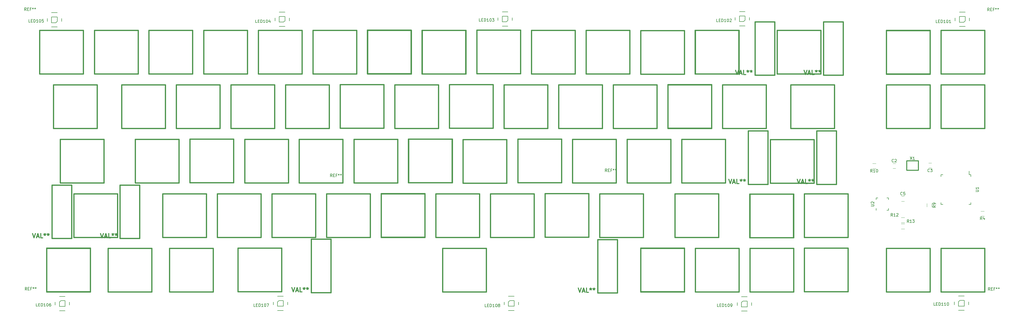
<source format=gbr>
G04 #@! TF.GenerationSoftware,KiCad,Pcbnew,(5.0.2)-1*
G04 #@! TF.CreationDate,2019-03-25T23:00:56+03:00*
G04 #@! TF.ProjectId,Mechanical Keyboard,4d656368-616e-4696-9361-6c204b657962,rev?*
G04 #@! TF.SameCoordinates,Original*
G04 #@! TF.FileFunction,Legend,Top*
G04 #@! TF.FilePolarity,Positive*
%FSLAX46Y46*%
G04 Gerber Fmt 4.6, Leading zero omitted, Abs format (unit mm)*
G04 Created by KiCad (PCBNEW (5.0.2)-1) date 25.03.2019 23:00:56*
%MOMM*%
%LPD*%
G01*
G04 APERTURE LIST*
%ADD10C,0.381000*%
%ADD11C,0.150000*%
%ADD12C,0.200000*%
%ADD13C,0.300000*%
%ADD14C,0.120000*%
%ADD15C,0.158800*%
%ADD16C,0.304800*%
G04 APERTURE END LIST*
D10*
G04 #@! TO.C,LED69*
X377080000Y-177240000D02*
X361840000Y-177240000D01*
X361840000Y-177240000D02*
X361840000Y-162000000D01*
X361840000Y-162000000D02*
X377080000Y-162000000D01*
X377080000Y-162000000D02*
X377080000Y-177240000D01*
G04 #@! TO.C,S69*
X377080000Y-177240000D02*
X361840000Y-177240000D01*
X361840000Y-177240000D02*
X361840000Y-162000000D01*
X361840000Y-162000000D02*
X377080000Y-162000000D01*
X377080000Y-162000000D02*
X377080000Y-177240000D01*
D11*
G04 #@! TO.C,U1*
X372205000Y-136303000D02*
X371630000Y-136303000D01*
X372205000Y-146653000D02*
X371530000Y-146653000D01*
X361855000Y-146653000D02*
X362530000Y-146653000D01*
X361855000Y-136303000D02*
X362530000Y-136303000D01*
X372205000Y-136303000D02*
X372205000Y-136978000D01*
X361855000Y-136303000D02*
X361855000Y-136978000D01*
X361855000Y-146653000D02*
X361855000Y-145978000D01*
X372205000Y-146653000D02*
X372205000Y-145978000D01*
X371630000Y-136303000D02*
X371630000Y-135028000D01*
D10*
G04 #@! TO.C,LED68*
X358030000Y-177240000D02*
X342790000Y-177240000D01*
X342790000Y-177240000D02*
X342790000Y-162000000D01*
X342790000Y-162000000D02*
X358030000Y-162000000D01*
X358030000Y-162000000D02*
X358030000Y-177240000D01*
G04 #@! TO.C,S62*
X324680000Y-120110000D02*
X309440000Y-120110000D01*
X309440000Y-120110000D02*
X309440000Y-104870000D01*
X309440000Y-104870000D02*
X324680000Y-104870000D01*
X324680000Y-104870000D02*
X324680000Y-120110000D01*
G04 #@! TO.C,S29*
X181800000Y-158190000D02*
X166560000Y-158190000D01*
X166560000Y-158190000D02*
X166560000Y-142950000D01*
X166560000Y-142950000D02*
X181800000Y-142950000D01*
X181800000Y-142950000D02*
X181800000Y-158190000D01*
G04 #@! TO.C,LED1*
X62720000Y-101020000D02*
X47480000Y-101020000D01*
X47480000Y-101020000D02*
X47480000Y-85780000D01*
X47480000Y-85780000D02*
X62720000Y-85780000D01*
X62720000Y-85780000D02*
X62720000Y-101020000D01*
G04 #@! TO.C,LED2*
X67520000Y-120110000D02*
X52280000Y-120110000D01*
X52280000Y-120110000D02*
X52280000Y-104870000D01*
X52280000Y-104870000D02*
X67520000Y-104870000D01*
X67520000Y-104870000D02*
X67520000Y-120110000D01*
G04 #@! TO.C,LED3*
X69900000Y-139130000D02*
X54660000Y-139130000D01*
X54660000Y-139130000D02*
X54660000Y-123890000D01*
X54660000Y-123890000D02*
X69900000Y-123890000D01*
X69900000Y-123890000D02*
X69900000Y-139130000D01*
G04 #@! TO.C,LED4*
X74650000Y-158220000D02*
X59410000Y-158220000D01*
X59410000Y-158220000D02*
X59410000Y-142980000D01*
X59410000Y-142980000D02*
X74650000Y-142980000D01*
X74650000Y-142980000D02*
X74650000Y-158220000D01*
G04 #@! TO.C,LED5*
X65120000Y-177160000D02*
X49880000Y-177160000D01*
X49880000Y-177160000D02*
X49880000Y-161920000D01*
X49880000Y-161920000D02*
X65120000Y-161920000D01*
X65120000Y-161920000D02*
X65120000Y-177160000D01*
G04 #@! TO.C,LED6*
X81790000Y-101030000D02*
X66550000Y-101030000D01*
X66550000Y-101030000D02*
X66550000Y-85790000D01*
X66550000Y-85790000D02*
X81790000Y-85790000D01*
X81790000Y-85790000D02*
X81790000Y-101030000D01*
G04 #@! TO.C,LED7*
X91320000Y-120110000D02*
X76080000Y-120110000D01*
X76080000Y-120110000D02*
X76080000Y-104870000D01*
X76080000Y-104870000D02*
X91320000Y-104870000D01*
X91320000Y-104870000D02*
X91320000Y-120110000D01*
G04 #@! TO.C,LED8*
X96080000Y-139160000D02*
X80840000Y-139160000D01*
X80840000Y-139160000D02*
X80840000Y-123920000D01*
X80840000Y-123920000D02*
X96080000Y-123920000D01*
X96080000Y-123920000D02*
X96080000Y-139160000D01*
G04 #@! TO.C,LED9*
X105610000Y-158230000D02*
X90370000Y-158230000D01*
X90370000Y-158230000D02*
X90370000Y-142990000D01*
X90370000Y-142990000D02*
X105610000Y-142990000D01*
X105610000Y-142990000D02*
X105610000Y-158230000D01*
G04 #@! TO.C,LED10*
X86580000Y-177240000D02*
X71340000Y-177240000D01*
X71340000Y-177240000D02*
X71340000Y-162000000D01*
X71340000Y-162000000D02*
X86580000Y-162000000D01*
X86580000Y-162000000D02*
X86580000Y-177240000D01*
G04 #@! TO.C,LED11*
X100830000Y-101070000D02*
X85590000Y-101070000D01*
X85590000Y-101070000D02*
X85590000Y-85830000D01*
X85590000Y-85830000D02*
X100830000Y-85830000D01*
X100830000Y-85830000D02*
X100830000Y-101070000D01*
G04 #@! TO.C,LED12*
X110380000Y-120070000D02*
X95140000Y-120070000D01*
X95140000Y-120070000D02*
X95140000Y-104830000D01*
X95140000Y-104830000D02*
X110380000Y-104830000D01*
X110380000Y-104830000D02*
X110380000Y-120070000D01*
G04 #@! TO.C,LED13*
X115130000Y-139110000D02*
X99890000Y-139110000D01*
X99890000Y-139110000D02*
X99890000Y-123870000D01*
X99890000Y-123870000D02*
X115130000Y-123870000D01*
X115130000Y-123870000D02*
X115130000Y-139110000D01*
G04 #@! TO.C,LED14*
X124660000Y-158190000D02*
X109420000Y-158190000D01*
X109420000Y-158190000D02*
X109420000Y-142950000D01*
X109420000Y-142950000D02*
X124660000Y-142950000D01*
X124660000Y-142950000D02*
X124660000Y-158190000D01*
G04 #@! TO.C,LED15*
X108000000Y-177230000D02*
X92760000Y-177230000D01*
X92760000Y-177230000D02*
X92760000Y-161990000D01*
X92760000Y-161990000D02*
X108000000Y-161990000D01*
X108000000Y-161990000D02*
X108000000Y-177230000D01*
G04 #@! TO.C,LED16*
X119900000Y-101050000D02*
X104660000Y-101050000D01*
X104660000Y-101050000D02*
X104660000Y-85810000D01*
X104660000Y-85810000D02*
X119900000Y-85810000D01*
X119900000Y-85810000D02*
X119900000Y-101050000D01*
G04 #@! TO.C,LED17*
X129440000Y-120110000D02*
X114200000Y-120110000D01*
X114200000Y-120110000D02*
X114200000Y-104870000D01*
X114200000Y-104870000D02*
X129440000Y-104870000D01*
X129440000Y-104870000D02*
X129440000Y-120110000D01*
G04 #@! TO.C,LED18*
X134190000Y-139160000D02*
X118950000Y-139160000D01*
X118950000Y-139160000D02*
X118950000Y-123920000D01*
X118950000Y-123920000D02*
X134190000Y-123920000D01*
X134190000Y-123920000D02*
X134190000Y-139160000D01*
G04 #@! TO.C,LED20*
X131840000Y-177190000D02*
X116600000Y-177190000D01*
X116600000Y-177190000D02*
X116600000Y-161950000D01*
X116600000Y-161950000D02*
X131840000Y-161950000D01*
X131840000Y-161950000D02*
X131840000Y-177190000D01*
G04 #@! TO.C,LED21*
X138950000Y-101050000D02*
X123710000Y-101050000D01*
X123710000Y-101050000D02*
X123710000Y-85810000D01*
X123710000Y-85810000D02*
X138950000Y-85810000D01*
X138950000Y-85810000D02*
X138950000Y-101050000D01*
G04 #@! TO.C,LED22*
X148490000Y-120080000D02*
X133250000Y-120080000D01*
X133250000Y-120080000D02*
X133250000Y-104840000D01*
X133250000Y-104840000D02*
X148490000Y-104840000D01*
X148490000Y-104840000D02*
X148490000Y-120080000D01*
G04 #@! TO.C,LED23*
X153230000Y-139190000D02*
X137990000Y-139190000D01*
X137990000Y-139190000D02*
X137990000Y-123950000D01*
X137990000Y-123950000D02*
X153230000Y-123950000D01*
X153230000Y-123950000D02*
X153230000Y-139190000D01*
G04 #@! TO.C,LED24*
X162760000Y-158230000D02*
X147520000Y-158230000D01*
X147520000Y-158230000D02*
X147520000Y-142990000D01*
X147520000Y-142990000D02*
X162760000Y-142990000D01*
X162760000Y-142990000D02*
X162760000Y-158230000D01*
G04 #@! TO.C,LED25*
X203230000Y-177280000D02*
X187990000Y-177280000D01*
X187990000Y-177280000D02*
X187990000Y-162040000D01*
X187990000Y-162040000D02*
X203230000Y-162040000D01*
X203230000Y-162040000D02*
X203230000Y-177280000D01*
G04 #@! TO.C,LED26*
X157990000Y-101050000D02*
X142750000Y-101050000D01*
X142750000Y-101050000D02*
X142750000Y-85810000D01*
X142750000Y-85810000D02*
X157990000Y-85810000D01*
X157990000Y-85810000D02*
X157990000Y-101050000D01*
G04 #@! TO.C,LED27*
X167520000Y-120050000D02*
X152280000Y-120050000D01*
X152280000Y-120050000D02*
X152280000Y-104810000D01*
X152280000Y-104810000D02*
X167520000Y-104810000D01*
X167520000Y-104810000D02*
X167520000Y-120050000D01*
G04 #@! TO.C,LED28*
X172290000Y-139180000D02*
X157050000Y-139180000D01*
X157050000Y-139180000D02*
X157050000Y-123940000D01*
X157050000Y-123940000D02*
X172290000Y-123940000D01*
X172290000Y-123940000D02*
X172290000Y-139180000D01*
G04 #@! TO.C,LED29*
X181800000Y-158160000D02*
X166560000Y-158160000D01*
X166560000Y-158160000D02*
X166560000Y-142920000D01*
X166560000Y-142920000D02*
X181800000Y-142920000D01*
X181800000Y-142920000D02*
X181800000Y-158160000D01*
G04 #@! TO.C,LED30*
X176990000Y-101000000D02*
X161750000Y-101000000D01*
X161750000Y-101000000D02*
X161750000Y-85760000D01*
X161750000Y-85760000D02*
X176990000Y-85760000D01*
X176990000Y-85760000D02*
X176990000Y-101000000D01*
G04 #@! TO.C,LED31*
X186580000Y-120130000D02*
X171340000Y-120130000D01*
X171340000Y-120130000D02*
X171340000Y-104890000D01*
X171340000Y-104890000D02*
X186580000Y-104890000D01*
X186580000Y-104890000D02*
X186580000Y-120130000D01*
G04 #@! TO.C,LED32*
X191350000Y-139080000D02*
X176110000Y-139080000D01*
X176110000Y-139080000D02*
X176110000Y-123840000D01*
X176110000Y-123840000D02*
X191350000Y-123840000D01*
X191350000Y-123840000D02*
X191350000Y-139080000D01*
G04 #@! TO.C,LED33*
X200860000Y-158230000D02*
X185620000Y-158230000D01*
X185620000Y-158230000D02*
X185620000Y-142990000D01*
X185620000Y-142990000D02*
X200860000Y-142990000D01*
X200860000Y-142990000D02*
X200860000Y-158230000D01*
G04 #@! TO.C,LED34*
X196080000Y-101020000D02*
X180840000Y-101020000D01*
X180840000Y-101020000D02*
X180840000Y-85780000D01*
X180840000Y-85780000D02*
X196080000Y-85780000D01*
X196080000Y-85780000D02*
X196080000Y-101020000D01*
G04 #@! TO.C,LED35*
X205600000Y-120050000D02*
X190360000Y-120050000D01*
X190360000Y-120050000D02*
X190360000Y-104810000D01*
X190360000Y-104810000D02*
X205600000Y-104810000D01*
X205600000Y-104810000D02*
X205600000Y-120050000D01*
G04 #@! TO.C,LED36*
X210370000Y-139210000D02*
X195130000Y-139210000D01*
X195130000Y-139210000D02*
X195130000Y-123970000D01*
X195130000Y-123970000D02*
X210370000Y-123970000D01*
X210370000Y-123970000D02*
X210370000Y-139210000D01*
G04 #@! TO.C,LED37*
X219910000Y-158230000D02*
X204670000Y-158230000D01*
X204670000Y-158230000D02*
X204670000Y-142990000D01*
X204670000Y-142990000D02*
X219910000Y-142990000D01*
X219910000Y-142990000D02*
X219910000Y-158230000D01*
G04 #@! TO.C,LED38*
X215150000Y-101000000D02*
X199910000Y-101000000D01*
X199910000Y-101000000D02*
X199910000Y-85760000D01*
X199910000Y-85760000D02*
X215150000Y-85760000D01*
X215150000Y-85760000D02*
X215150000Y-101000000D01*
G04 #@! TO.C,LED39*
X224660000Y-120110000D02*
X209420000Y-120110000D01*
X209420000Y-120110000D02*
X209420000Y-104870000D01*
X209420000Y-104870000D02*
X224660000Y-104870000D01*
X224660000Y-104870000D02*
X224660000Y-120110000D01*
G04 #@! TO.C,LED40*
X229460000Y-139110000D02*
X214220000Y-139110000D01*
X214220000Y-139110000D02*
X214220000Y-123870000D01*
X214220000Y-123870000D02*
X229460000Y-123870000D01*
X229460000Y-123870000D02*
X229460000Y-139110000D01*
G04 #@! TO.C,LED41*
X238960000Y-158160000D02*
X223720000Y-158160000D01*
X223720000Y-158160000D02*
X223720000Y-142920000D01*
X223720000Y-142920000D02*
X238960000Y-142920000D01*
X238960000Y-142920000D02*
X238960000Y-158160000D01*
G04 #@! TO.C,LED42*
X234190000Y-101080000D02*
X218950000Y-101080000D01*
X218950000Y-101080000D02*
X218950000Y-85840000D01*
X218950000Y-85840000D02*
X234190000Y-85840000D01*
X234190000Y-85840000D02*
X234190000Y-101080000D01*
G04 #@! TO.C,LED43*
X243710000Y-120110000D02*
X228470000Y-120110000D01*
X228470000Y-120110000D02*
X228470000Y-104870000D01*
X228470000Y-104870000D02*
X243710000Y-104870000D01*
X243710000Y-104870000D02*
X243710000Y-120110000D01*
G04 #@! TO.C,LED44*
X248490000Y-139130000D02*
X233250000Y-139130000D01*
X233250000Y-139130000D02*
X233250000Y-123890000D01*
X233250000Y-123890000D02*
X248490000Y-123890000D01*
X248490000Y-123890000D02*
X248490000Y-139130000D01*
G04 #@! TO.C,LED45*
X258010000Y-158230000D02*
X242770000Y-158230000D01*
X242770000Y-158230000D02*
X242770000Y-142990000D01*
X242770000Y-142990000D02*
X258010000Y-142990000D01*
X258010000Y-142990000D02*
X258010000Y-158230000D01*
G04 #@! TO.C,LED46*
X253240000Y-101080000D02*
X238000000Y-101080000D01*
X238000000Y-101080000D02*
X238000000Y-85840000D01*
X238000000Y-85840000D02*
X253240000Y-85840000D01*
X253240000Y-85840000D02*
X253240000Y-101080000D01*
G04 #@! TO.C,LED47*
X262770000Y-120110000D02*
X247530000Y-120110000D01*
X247530000Y-120110000D02*
X247530000Y-104870000D01*
X247530000Y-104870000D02*
X262770000Y-104870000D01*
X262770000Y-104870000D02*
X262770000Y-120110000D01*
G04 #@! TO.C,LED48*
X267540000Y-139180000D02*
X252300000Y-139180000D01*
X252300000Y-139180000D02*
X252300000Y-123940000D01*
X252300000Y-123940000D02*
X267540000Y-123940000D01*
X267540000Y-123940000D02*
X267540000Y-139180000D01*
G04 #@! TO.C,LED49*
X284230000Y-158190000D02*
X268990000Y-158190000D01*
X268990000Y-158190000D02*
X268990000Y-142950000D01*
X268990000Y-142950000D02*
X284230000Y-142950000D01*
X284230000Y-142950000D02*
X284230000Y-158190000D01*
G04 #@! TO.C,LED50*
X272300000Y-177200000D02*
X257060000Y-177200000D01*
X257060000Y-177200000D02*
X257060000Y-161960000D01*
X257060000Y-161960000D02*
X272300000Y-161960000D01*
X272300000Y-161960000D02*
X272300000Y-177200000D01*
G04 #@! TO.C,LED51*
X272300000Y-101120000D02*
X257060000Y-101120000D01*
X257060000Y-101120000D02*
X257060000Y-85880000D01*
X257060000Y-85880000D02*
X272300000Y-85880000D01*
X272300000Y-85880000D02*
X272300000Y-101120000D01*
G04 #@! TO.C,LED52*
X281830000Y-120050000D02*
X266590000Y-120050000D01*
X266590000Y-120050000D02*
X266590000Y-104810000D01*
X266590000Y-104810000D02*
X281830000Y-104810000D01*
X281830000Y-104810000D02*
X281830000Y-120050000D01*
G04 #@! TO.C,LED53*
X286590000Y-139140000D02*
X271350000Y-139140000D01*
X271350000Y-139140000D02*
X271350000Y-123900000D01*
X271350000Y-123900000D02*
X286590000Y-123900000D01*
X286590000Y-123900000D02*
X286590000Y-139140000D01*
G04 #@! TO.C,LED54*
X310380000Y-158300000D02*
X295140000Y-158300000D01*
X295140000Y-158300000D02*
X295140000Y-143060000D01*
X295140000Y-143060000D02*
X310380000Y-143060000D01*
X310380000Y-143060000D02*
X310380000Y-158300000D01*
G04 #@! TO.C,LED55*
X291390000Y-177240000D02*
X276150000Y-177240000D01*
X276150000Y-177240000D02*
X276150000Y-162000000D01*
X276150000Y-162000000D02*
X291390000Y-162000000D01*
X291390000Y-162000000D02*
X291390000Y-177240000D01*
G04 #@! TO.C,LED56*
X291310000Y-101090000D02*
X276070000Y-101090000D01*
X276070000Y-101090000D02*
X276070000Y-85850000D01*
X276070000Y-85850000D02*
X291310000Y-85850000D01*
X291310000Y-85850000D02*
X291310000Y-101090000D01*
G04 #@! TO.C,LED57*
X300820000Y-120110000D02*
X285580000Y-120110000D01*
X285580000Y-120110000D02*
X285580000Y-104870000D01*
X285580000Y-104870000D02*
X300820000Y-104870000D01*
X300820000Y-104870000D02*
X300820000Y-120110000D01*
G04 #@! TO.C,LED58*
X317530000Y-139220000D02*
X302290000Y-139220000D01*
X302290000Y-139220000D02*
X302290000Y-123980000D01*
X302290000Y-123980000D02*
X317530000Y-123980000D01*
X317530000Y-123980000D02*
X317530000Y-139220000D01*
G04 #@! TO.C,LED59*
X329430000Y-158190000D02*
X314190000Y-158190000D01*
X314190000Y-158190000D02*
X314190000Y-142950000D01*
X314190000Y-142950000D02*
X329430000Y-142950000D01*
X329430000Y-142950000D02*
X329430000Y-158190000D01*
G04 #@! TO.C,LED60*
X310400000Y-177280000D02*
X295160000Y-177280000D01*
X295160000Y-177280000D02*
X295160000Y-162040000D01*
X295160000Y-162040000D02*
X310400000Y-162040000D01*
X310400000Y-162040000D02*
X310400000Y-177280000D01*
G04 #@! TO.C,LED61*
X319930000Y-101080000D02*
X304690000Y-101080000D01*
X304690000Y-101080000D02*
X304690000Y-85840000D01*
X304690000Y-85840000D02*
X319930000Y-85840000D01*
X319930000Y-85840000D02*
X319930000Y-101080000D01*
G04 #@! TO.C,LED63*
X358040000Y-101110000D02*
X342800000Y-101110000D01*
X342800000Y-101110000D02*
X342800000Y-85870000D01*
X342800000Y-85870000D02*
X358040000Y-85870000D01*
X358040000Y-85870000D02*
X358040000Y-101110000D01*
G04 #@! TO.C,LED64*
X358020000Y-120110000D02*
X342780000Y-120110000D01*
X342780000Y-120110000D02*
X342780000Y-104870000D01*
X342780000Y-104870000D02*
X358020000Y-104870000D01*
X358020000Y-104870000D02*
X358020000Y-120110000D01*
G04 #@! TO.C,LED65*
X329430000Y-177190000D02*
X314190000Y-177190000D01*
X314190000Y-177190000D02*
X314190000Y-161950000D01*
X314190000Y-161950000D02*
X329430000Y-161950000D01*
X329430000Y-161950000D02*
X329430000Y-177190000D01*
G04 #@! TO.C,LED66*
X377070000Y-101080000D02*
X361830000Y-101080000D01*
X361830000Y-101080000D02*
X361830000Y-85840000D01*
X361830000Y-85840000D02*
X377070000Y-85840000D01*
X377070000Y-85840000D02*
X377070000Y-101080000D01*
G04 #@! TO.C,LED67*
X377070000Y-120110000D02*
X361830000Y-120110000D01*
X361830000Y-120110000D02*
X361830000Y-104870000D01*
X361830000Y-104870000D02*
X377070000Y-104870000D01*
X377070000Y-104870000D02*
X377070000Y-120110000D01*
D12*
G04 #@! TO.C,LED101*
X368255219Y-82991015D02*
X368255219Y-80991015D01*
X368255219Y-80991015D02*
X370255219Y-80991015D01*
X370255219Y-80991015D02*
X370255219Y-82491015D01*
X370255219Y-82491015D02*
X369755219Y-82991015D01*
X369755219Y-82991015D02*
X368255219Y-82991015D01*
X368255219Y-84491015D02*
X370255219Y-84491015D01*
X371755219Y-82491015D02*
X371755219Y-81491015D01*
X368255219Y-79491015D02*
X370255219Y-79491015D01*
X366755219Y-82491015D02*
X366755219Y-81491015D01*
G04 #@! TO.C,LED102*
X291505457Y-82796024D02*
X291505457Y-80796024D01*
X291505457Y-80796024D02*
X293505457Y-80796024D01*
X293505457Y-80796024D02*
X293505457Y-82296024D01*
X293505457Y-82296024D02*
X293005457Y-82796024D01*
X293005457Y-82796024D02*
X291505457Y-82796024D01*
X291505457Y-84296024D02*
X293505457Y-84296024D01*
X295005457Y-82296024D02*
X295005457Y-81296024D01*
X291505457Y-79296024D02*
X293505457Y-79296024D01*
X290005457Y-82296024D02*
X290005457Y-81296024D01*
G04 #@! TO.C,LED103*
X208786411Y-82875023D02*
X208786411Y-80875023D01*
X208786411Y-80875023D02*
X210786411Y-80875023D01*
X210786411Y-80875023D02*
X210786411Y-82375023D01*
X210786411Y-82375023D02*
X210286411Y-82875023D01*
X210286411Y-82875023D02*
X208786411Y-82875023D01*
X208786411Y-84375023D02*
X210786411Y-84375023D01*
X212286411Y-82375023D02*
X212286411Y-81375023D01*
X208786411Y-79375023D02*
X210786411Y-79375023D01*
X207286411Y-82375023D02*
X207286411Y-81375023D01*
G04 #@! TO.C,LED104*
X131054258Y-82974845D02*
X131054258Y-80974845D01*
X131054258Y-80974845D02*
X133054258Y-80974845D01*
X133054258Y-80974845D02*
X133054258Y-82474845D01*
X133054258Y-82474845D02*
X132554258Y-82974845D01*
X132554258Y-82974845D02*
X131054258Y-82974845D01*
X131054258Y-84474845D02*
X133054258Y-84474845D01*
X134554258Y-82474845D02*
X134554258Y-81474845D01*
X131054258Y-79474845D02*
X133054258Y-79474845D01*
X129554258Y-82474845D02*
X129554258Y-81474845D01*
G04 #@! TO.C,LED105*
X51627065Y-83167126D02*
X51627065Y-81167126D01*
X51627065Y-81167126D02*
X53627065Y-81167126D01*
X53627065Y-81167126D02*
X53627065Y-82667126D01*
X53627065Y-82667126D02*
X53127065Y-83167126D01*
X53127065Y-83167126D02*
X51627065Y-83167126D01*
X51627065Y-84667126D02*
X53627065Y-84667126D01*
X55127065Y-82667126D02*
X55127065Y-81667126D01*
X51627065Y-79667126D02*
X53627065Y-79667126D01*
X50127065Y-82667126D02*
X50127065Y-81667126D01*
G04 #@! TO.C,LED106*
X56366689Y-180323132D02*
X56366689Y-182323132D01*
X56366689Y-182323132D02*
X54366689Y-182323132D01*
X54366689Y-182323132D02*
X54366689Y-180823132D01*
X54366689Y-180823132D02*
X54866689Y-180323132D01*
X54866689Y-180323132D02*
X56366689Y-180323132D01*
X56366689Y-178823132D02*
X54366689Y-178823132D01*
X52866689Y-180823132D02*
X52866689Y-181823132D01*
X56366689Y-183823132D02*
X54366689Y-183823132D01*
X57866689Y-180823132D02*
X57866689Y-181823132D01*
G04 #@! TO.C,LED107*
X132450000Y-180271000D02*
X132450000Y-182271000D01*
X132450000Y-182271000D02*
X130450000Y-182271000D01*
X130450000Y-182271000D02*
X130450000Y-180771000D01*
X130450000Y-180771000D02*
X130950000Y-180271000D01*
X130950000Y-180271000D02*
X132450000Y-180271000D01*
X132450000Y-178771000D02*
X130450000Y-178771000D01*
X128950000Y-180771000D02*
X128950000Y-181771000D01*
X132450000Y-183771000D02*
X130450000Y-183771000D01*
X133950000Y-180771000D02*
X133950000Y-181771000D01*
G04 #@! TO.C,LED108*
X212975000Y-180271000D02*
X212975000Y-182271000D01*
X212975000Y-182271000D02*
X210975000Y-182271000D01*
X210975000Y-182271000D02*
X210975000Y-180771000D01*
X210975000Y-180771000D02*
X211475000Y-180271000D01*
X211475000Y-180271000D02*
X212975000Y-180271000D01*
X212975000Y-178771000D02*
X210975000Y-178771000D01*
X209475000Y-180771000D02*
X209475000Y-181771000D01*
X212975000Y-183771000D02*
X210975000Y-183771000D01*
X214475000Y-180771000D02*
X214475000Y-181771000D01*
G04 #@! TO.C,LED109*
X294250000Y-180482000D02*
X294250000Y-182482000D01*
X294250000Y-182482000D02*
X292250000Y-182482000D01*
X292250000Y-182482000D02*
X292250000Y-180982000D01*
X292250000Y-180982000D02*
X292750000Y-180482000D01*
X292750000Y-180482000D02*
X294250000Y-180482000D01*
X294250000Y-178982000D02*
X292250000Y-178982000D01*
X290750000Y-180982000D02*
X290750000Y-181982000D01*
X294250000Y-183982000D02*
X292250000Y-183982000D01*
X295750000Y-180982000D02*
X295750000Y-181982000D01*
G04 #@! TO.C,LED110*
X369948000Y-180230000D02*
X369948000Y-182230000D01*
X369948000Y-182230000D02*
X367948000Y-182230000D01*
X367948000Y-182230000D02*
X367948000Y-180730000D01*
X367948000Y-180730000D02*
X368448000Y-180230000D01*
X368448000Y-180230000D02*
X369948000Y-180230000D01*
X369948000Y-178730000D02*
X367948000Y-178730000D01*
X366448000Y-180730000D02*
X366448000Y-181730000D01*
X369948000Y-183730000D02*
X367948000Y-183730000D01*
X371448000Y-180730000D02*
X371448000Y-181730000D01*
D10*
G04 #@! TO.C,S1*
X62720000Y-101020000D02*
X47480000Y-101020000D01*
X47480000Y-101020000D02*
X47480000Y-85780000D01*
X47480000Y-85780000D02*
X62720000Y-85780000D01*
X62720000Y-85780000D02*
X62720000Y-101020000D01*
G04 #@! TO.C,S2*
X67520000Y-120120000D02*
X52280000Y-120120000D01*
X52280000Y-120120000D02*
X52280000Y-104880000D01*
X52280000Y-104880000D02*
X67520000Y-104880000D01*
X67520000Y-104880000D02*
X67520000Y-120120000D01*
G04 #@! TO.C,S3*
X69900000Y-139130000D02*
X54660000Y-139130000D01*
X54660000Y-139130000D02*
X54660000Y-123890000D01*
X54660000Y-123890000D02*
X69900000Y-123890000D01*
X69900000Y-123890000D02*
X69900000Y-139130000D01*
G04 #@! TO.C,S4*
X74650000Y-158220000D02*
X59410000Y-158220000D01*
X59410000Y-158220000D02*
X59410000Y-142980000D01*
X59410000Y-142980000D02*
X74650000Y-142980000D01*
X74650000Y-142980000D02*
X74650000Y-158220000D01*
G04 #@! TO.C,S5*
X65150000Y-177240000D02*
X49910000Y-177240000D01*
X49910000Y-177240000D02*
X49910000Y-162000000D01*
X49910000Y-162000000D02*
X65150000Y-162000000D01*
X65150000Y-162000000D02*
X65150000Y-177240000D01*
G04 #@! TO.C,S6*
X81790000Y-101030000D02*
X66550000Y-101030000D01*
X66550000Y-101030000D02*
X66550000Y-85790000D01*
X66550000Y-85790000D02*
X81790000Y-85790000D01*
X81790000Y-85790000D02*
X81790000Y-101030000D01*
G04 #@! TO.C,S7*
X91320000Y-120110000D02*
X76080000Y-120110000D01*
X76080000Y-120110000D02*
X76080000Y-104870000D01*
X76080000Y-104870000D02*
X91320000Y-104870000D01*
X91320000Y-104870000D02*
X91320000Y-120110000D01*
G04 #@! TO.C,S8*
X96080000Y-139160000D02*
X80840000Y-139160000D01*
X80840000Y-139160000D02*
X80840000Y-123920000D01*
X80840000Y-123920000D02*
X96080000Y-123920000D01*
X96080000Y-123920000D02*
X96080000Y-139160000D01*
G04 #@! TO.C,S9*
X105610000Y-158230000D02*
X90370000Y-158230000D01*
X90370000Y-158230000D02*
X90370000Y-142990000D01*
X90370000Y-142990000D02*
X105610000Y-142990000D01*
X105610000Y-142990000D02*
X105610000Y-158230000D01*
G04 #@! TO.C,S10*
X86560000Y-177240000D02*
X71320000Y-177240000D01*
X71320000Y-177240000D02*
X71320000Y-162000000D01*
X71320000Y-162000000D02*
X86560000Y-162000000D01*
X86560000Y-162000000D02*
X86560000Y-177240000D01*
G04 #@! TO.C,S11*
X100830000Y-101080000D02*
X85590000Y-101080000D01*
X85590000Y-101080000D02*
X85590000Y-85840000D01*
X85590000Y-85840000D02*
X100830000Y-85840000D01*
X100830000Y-85840000D02*
X100830000Y-101080000D01*
G04 #@! TO.C,S12*
X110380000Y-120080000D02*
X95140000Y-120080000D01*
X95140000Y-120080000D02*
X95140000Y-104840000D01*
X95140000Y-104840000D02*
X110380000Y-104840000D01*
X110380000Y-104840000D02*
X110380000Y-120080000D01*
G04 #@! TO.C,S13*
X115130000Y-139110000D02*
X99890000Y-139110000D01*
X99890000Y-139110000D02*
X99890000Y-123870000D01*
X99890000Y-123870000D02*
X115130000Y-123870000D01*
X115130000Y-123870000D02*
X115130000Y-139110000D01*
G04 #@! TO.C,S14*
X124660000Y-158190000D02*
X109420000Y-158190000D01*
X109420000Y-158190000D02*
X109420000Y-142950000D01*
X109420000Y-142950000D02*
X124660000Y-142950000D01*
X124660000Y-142950000D02*
X124660000Y-158190000D01*
G04 #@! TO.C,S15*
X108010000Y-177240000D02*
X92770000Y-177240000D01*
X92770000Y-177240000D02*
X92770000Y-162000000D01*
X92770000Y-162000000D02*
X108010000Y-162000000D01*
X108010000Y-162000000D02*
X108010000Y-177240000D01*
G04 #@! TO.C,S16*
X119888000Y-101092000D02*
X104648000Y-101092000D01*
X104648000Y-101092000D02*
X104648000Y-85852000D01*
X104648000Y-85852000D02*
X119888000Y-85852000D01*
X119888000Y-85852000D02*
X119888000Y-101092000D01*
G04 #@! TO.C,S17*
X129420000Y-120120000D02*
X114180000Y-120120000D01*
X114180000Y-120120000D02*
X114180000Y-104880000D01*
X114180000Y-104880000D02*
X129420000Y-104880000D01*
X129420000Y-104880000D02*
X129420000Y-120120000D01*
G04 #@! TO.C,S18*
X134190000Y-139170000D02*
X118950000Y-139170000D01*
X118950000Y-139170000D02*
X118950000Y-123930000D01*
X118950000Y-123930000D02*
X134190000Y-123930000D01*
X134190000Y-123930000D02*
X134190000Y-139170000D01*
G04 #@! TO.C,S19*
X143690000Y-158220000D02*
X128450000Y-158220000D01*
X128450000Y-158220000D02*
X128450000Y-142980000D01*
X128450000Y-142980000D02*
X143690000Y-142980000D01*
X143690000Y-142980000D02*
X143690000Y-158220000D01*
G04 #@! TO.C,S20*
X131830000Y-177200000D02*
X116590000Y-177200000D01*
X116590000Y-177200000D02*
X116590000Y-161960000D01*
X116590000Y-161960000D02*
X131830000Y-161960000D01*
X131830000Y-161960000D02*
X131830000Y-177200000D01*
G04 #@! TO.C,S21*
X138940000Y-101050000D02*
X123700000Y-101050000D01*
X123700000Y-101050000D02*
X123700000Y-85810000D01*
X123700000Y-85810000D02*
X138940000Y-85810000D01*
X138940000Y-85810000D02*
X138940000Y-101050000D01*
G04 #@! TO.C,S22*
X148470000Y-120080000D02*
X133230000Y-120080000D01*
X133230000Y-120080000D02*
X133230000Y-104840000D01*
X133230000Y-104840000D02*
X148470000Y-104840000D01*
X148470000Y-104840000D02*
X148470000Y-120080000D01*
G04 #@! TO.C,S23*
X153230000Y-139190000D02*
X137990000Y-139190000D01*
X137990000Y-139190000D02*
X137990000Y-123950000D01*
X137990000Y-123950000D02*
X153230000Y-123950000D01*
X153230000Y-123950000D02*
X153230000Y-139190000D01*
G04 #@! TO.C,S24*
X162760000Y-158230000D02*
X147520000Y-158230000D01*
X147520000Y-158230000D02*
X147520000Y-142990000D01*
X147520000Y-142990000D02*
X162760000Y-142990000D01*
X162760000Y-142990000D02*
X162760000Y-158230000D01*
G04 #@! TO.C,S25*
X203230000Y-177280000D02*
X187990000Y-177280000D01*
X187990000Y-177280000D02*
X187990000Y-162040000D01*
X187990000Y-162040000D02*
X203230000Y-162040000D01*
X203230000Y-162040000D02*
X203230000Y-177280000D01*
G04 #@! TO.C,S26*
X157990000Y-101050000D02*
X142750000Y-101050000D01*
X142750000Y-101050000D02*
X142750000Y-85810000D01*
X142750000Y-85810000D02*
X157990000Y-85810000D01*
X157990000Y-85810000D02*
X157990000Y-101050000D01*
G04 #@! TO.C,S27*
X167520000Y-120050000D02*
X152280000Y-120050000D01*
X152280000Y-120050000D02*
X152280000Y-104810000D01*
X152280000Y-104810000D02*
X167520000Y-104810000D01*
X167520000Y-104810000D02*
X167520000Y-120050000D01*
G04 #@! TO.C,S28*
X172290000Y-139180000D02*
X157050000Y-139180000D01*
X157050000Y-139180000D02*
X157050000Y-123940000D01*
X157050000Y-123940000D02*
X172290000Y-123940000D01*
X172290000Y-123940000D02*
X172290000Y-139180000D01*
G04 #@! TO.C,S30*
X177050000Y-101020000D02*
X161810000Y-101020000D01*
X161810000Y-101020000D02*
X161810000Y-85780000D01*
X161810000Y-85780000D02*
X177050000Y-85780000D01*
X177050000Y-85780000D02*
X177050000Y-101020000D01*
G04 #@! TO.C,S31*
X186580000Y-120130000D02*
X171340000Y-120130000D01*
X171340000Y-120130000D02*
X171340000Y-104890000D01*
X171340000Y-104890000D02*
X186580000Y-104890000D01*
X186580000Y-104890000D02*
X186580000Y-120130000D01*
G04 #@! TO.C,S32*
X191330000Y-139080000D02*
X176090000Y-139080000D01*
X176090000Y-139080000D02*
X176090000Y-123840000D01*
X176090000Y-123840000D02*
X191330000Y-123840000D01*
X191330000Y-123840000D02*
X191330000Y-139080000D01*
G04 #@! TO.C,S33*
X200860000Y-158230000D02*
X185620000Y-158230000D01*
X185620000Y-158230000D02*
X185620000Y-142990000D01*
X185620000Y-142990000D02*
X200860000Y-142990000D01*
X200860000Y-142990000D02*
X200860000Y-158230000D01*
G04 #@! TO.C,S34*
X196100000Y-101020000D02*
X180860000Y-101020000D01*
X180860000Y-101020000D02*
X180860000Y-85780000D01*
X180860000Y-85780000D02*
X196100000Y-85780000D01*
X196100000Y-85780000D02*
X196100000Y-101020000D01*
G04 #@! TO.C,S35*
X205620000Y-120050000D02*
X190380000Y-120050000D01*
X190380000Y-120050000D02*
X190380000Y-104810000D01*
X190380000Y-104810000D02*
X205620000Y-104810000D01*
X205620000Y-104810000D02*
X205620000Y-120050000D01*
G04 #@! TO.C,S36*
X210370000Y-139210000D02*
X195130000Y-139210000D01*
X195130000Y-139210000D02*
X195130000Y-123970000D01*
X195130000Y-123970000D02*
X210370000Y-123970000D01*
X210370000Y-123970000D02*
X210370000Y-139210000D01*
G04 #@! TO.C,S37*
X219910000Y-158230000D02*
X204670000Y-158230000D01*
X204670000Y-158230000D02*
X204670000Y-142990000D01*
X204670000Y-142990000D02*
X219910000Y-142990000D01*
X219910000Y-142990000D02*
X219910000Y-158230000D01*
G04 #@! TO.C,S38*
X215150000Y-101000000D02*
X199910000Y-101000000D01*
X199910000Y-101000000D02*
X199910000Y-85760000D01*
X199910000Y-85760000D02*
X215150000Y-85760000D01*
X215150000Y-85760000D02*
X215150000Y-101000000D01*
G04 #@! TO.C,S39*
X224660000Y-120090000D02*
X209420000Y-120090000D01*
X209420000Y-120090000D02*
X209420000Y-104850000D01*
X209420000Y-104850000D02*
X224660000Y-104850000D01*
X224660000Y-104850000D02*
X224660000Y-120090000D01*
G04 #@! TO.C,S40*
X229440000Y-139110000D02*
X214200000Y-139110000D01*
X214200000Y-139110000D02*
X214200000Y-123870000D01*
X214200000Y-123870000D02*
X229440000Y-123870000D01*
X229440000Y-123870000D02*
X229440000Y-139110000D01*
G04 #@! TO.C,S41*
X238960000Y-158160000D02*
X223720000Y-158160000D01*
X223720000Y-158160000D02*
X223720000Y-142920000D01*
X223720000Y-142920000D02*
X238960000Y-142920000D01*
X238960000Y-142920000D02*
X238960000Y-158160000D01*
G04 #@! TO.C,S42*
X234190000Y-101080000D02*
X218950000Y-101080000D01*
X218950000Y-101080000D02*
X218950000Y-85840000D01*
X218950000Y-85840000D02*
X234190000Y-85840000D01*
X234190000Y-85840000D02*
X234190000Y-101080000D01*
G04 #@! TO.C,S43*
X243710000Y-120110000D02*
X228470000Y-120110000D01*
X228470000Y-120110000D02*
X228470000Y-104870000D01*
X228470000Y-104870000D02*
X243710000Y-104870000D01*
X243710000Y-104870000D02*
X243710000Y-120110000D01*
G04 #@! TO.C,S44*
X248490000Y-139130000D02*
X233250000Y-139130000D01*
X233250000Y-139130000D02*
X233250000Y-123890000D01*
X233250000Y-123890000D02*
X248490000Y-123890000D01*
X248490000Y-123890000D02*
X248490000Y-139130000D01*
G04 #@! TO.C,S45*
X258010000Y-158230000D02*
X242770000Y-158230000D01*
X242770000Y-158230000D02*
X242770000Y-142990000D01*
X242770000Y-142990000D02*
X258010000Y-142990000D01*
X258010000Y-142990000D02*
X258010000Y-158230000D01*
G04 #@! TO.C,S46*
X253240000Y-101080000D02*
X238000000Y-101080000D01*
X238000000Y-101080000D02*
X238000000Y-85840000D01*
X238000000Y-85840000D02*
X253240000Y-85840000D01*
X253240000Y-85840000D02*
X253240000Y-101080000D01*
G04 #@! TO.C,S47*
X262770000Y-120110000D02*
X247530000Y-120110000D01*
X247530000Y-120110000D02*
X247530000Y-104870000D01*
X247530000Y-104870000D02*
X262770000Y-104870000D01*
X262770000Y-104870000D02*
X262770000Y-120110000D01*
G04 #@! TO.C,S48*
X267540000Y-139180000D02*
X252300000Y-139180000D01*
X252300000Y-139180000D02*
X252300000Y-123940000D01*
X252300000Y-123940000D02*
X267540000Y-123940000D01*
X267540000Y-123940000D02*
X267540000Y-139180000D01*
G04 #@! TO.C,S49*
X284230000Y-158190000D02*
X268990000Y-158190000D01*
X268990000Y-158190000D02*
X268990000Y-142950000D01*
X268990000Y-142950000D02*
X284230000Y-142950000D01*
X284230000Y-142950000D02*
X284230000Y-158190000D01*
G04 #@! TO.C,S50*
X272300000Y-177220000D02*
X257060000Y-177220000D01*
X257060000Y-177220000D02*
X257060000Y-161980000D01*
X257060000Y-161980000D02*
X272300000Y-161980000D01*
X272300000Y-161980000D02*
X272300000Y-177220000D01*
G04 #@! TO.C,S51*
X272290000Y-101110000D02*
X257050000Y-101110000D01*
X257050000Y-101110000D02*
X257050000Y-85870000D01*
X257050000Y-85870000D02*
X272290000Y-85870000D01*
X272290000Y-85870000D02*
X272290000Y-101110000D01*
G04 #@! TO.C,S52*
X281820000Y-120070000D02*
X266580000Y-120070000D01*
X266580000Y-120070000D02*
X266580000Y-104830000D01*
X266580000Y-104830000D02*
X281820000Y-104830000D01*
X281820000Y-104830000D02*
X281820000Y-120070000D01*
G04 #@! TO.C,S53*
X286590000Y-139140000D02*
X271350000Y-139140000D01*
X271350000Y-139140000D02*
X271350000Y-123900000D01*
X271350000Y-123900000D02*
X286590000Y-123900000D01*
X286590000Y-123900000D02*
X286590000Y-139140000D01*
G04 #@! TO.C,S54*
X310390000Y-158310000D02*
X295150000Y-158310000D01*
X295150000Y-158310000D02*
X295150000Y-143070000D01*
X295150000Y-143070000D02*
X310390000Y-143070000D01*
X310390000Y-143070000D02*
X310390000Y-158310000D01*
G04 #@! TO.C,S55*
X291380000Y-177240000D02*
X276140000Y-177240000D01*
X276140000Y-177240000D02*
X276140000Y-162000000D01*
X276140000Y-162000000D02*
X291380000Y-162000000D01*
X291380000Y-162000000D02*
X291380000Y-177240000D01*
G04 #@! TO.C,S56*
X291350000Y-101080000D02*
X276110000Y-101080000D01*
X276110000Y-101080000D02*
X276110000Y-85840000D01*
X276110000Y-85840000D02*
X291350000Y-85840000D01*
X291350000Y-85840000D02*
X291350000Y-101080000D01*
G04 #@! TO.C,S57*
X300820000Y-120110000D02*
X285580000Y-120110000D01*
X285580000Y-120110000D02*
X285580000Y-104870000D01*
X285580000Y-104870000D02*
X300820000Y-104870000D01*
X300820000Y-104870000D02*
X300820000Y-120110000D01*
G04 #@! TO.C,S58*
X317530000Y-139220000D02*
X302290000Y-139220000D01*
X302290000Y-139220000D02*
X302290000Y-123980000D01*
X302290000Y-123980000D02*
X317530000Y-123980000D01*
X317530000Y-123980000D02*
X317530000Y-139220000D01*
G04 #@! TO.C,S59*
X329430000Y-158190000D02*
X314190000Y-158190000D01*
X314190000Y-158190000D02*
X314190000Y-142950000D01*
X314190000Y-142950000D02*
X329430000Y-142950000D01*
X329430000Y-142950000D02*
X329430000Y-158190000D01*
G04 #@! TO.C,S60*
X310400000Y-177280000D02*
X295160000Y-177280000D01*
X295160000Y-177280000D02*
X295160000Y-162040000D01*
X295160000Y-162040000D02*
X310400000Y-162040000D01*
X310400000Y-162040000D02*
X310400000Y-177280000D01*
G04 #@! TO.C,S61*
X319930000Y-101080000D02*
X304690000Y-101080000D01*
X304690000Y-101080000D02*
X304690000Y-85840000D01*
X304690000Y-85840000D02*
X319930000Y-85840000D01*
X319930000Y-85840000D02*
X319930000Y-101080000D01*
G04 #@! TO.C,S63*
X358020000Y-101090000D02*
X342780000Y-101090000D01*
X342780000Y-101090000D02*
X342780000Y-85850000D01*
X342780000Y-85850000D02*
X358020000Y-85850000D01*
X358020000Y-85850000D02*
X358020000Y-101090000D01*
G04 #@! TO.C,S64*
X358020000Y-120110000D02*
X342780000Y-120110000D01*
X342780000Y-120110000D02*
X342780000Y-104870000D01*
X342780000Y-104870000D02*
X358020000Y-104870000D01*
X358020000Y-104870000D02*
X358020000Y-120110000D01*
G04 #@! TO.C,S65*
X329430000Y-177190000D02*
X314190000Y-177190000D01*
X314190000Y-177190000D02*
X314190000Y-161950000D01*
X314190000Y-161950000D02*
X329430000Y-161950000D01*
X329430000Y-161950000D02*
X329430000Y-177190000D01*
G04 #@! TO.C,S66*
X377060000Y-101090000D02*
X361820000Y-101090000D01*
X361820000Y-101090000D02*
X361820000Y-85850000D01*
X361820000Y-85850000D02*
X377060000Y-85850000D01*
X377060000Y-85850000D02*
X377060000Y-101090000D01*
G04 #@! TO.C,S67*
X377070000Y-120110000D02*
X361830000Y-120110000D01*
X361830000Y-120110000D02*
X361830000Y-104870000D01*
X361830000Y-104870000D02*
X377070000Y-104870000D01*
X377070000Y-104870000D02*
X377070000Y-120110000D01*
G04 #@! TO.C,S68*
X358030000Y-177240000D02*
X342790000Y-177240000D01*
X342790000Y-177240000D02*
X342790000Y-162000000D01*
X342790000Y-162000000D02*
X358030000Y-162000000D01*
X358030000Y-162000000D02*
X358030000Y-177240000D01*
D11*
G04 #@! TO.C,U2*
X339220000Y-144410000D02*
X339845000Y-144410000D01*
X343520000Y-148710000D02*
X342895000Y-148710000D01*
X343520000Y-144410000D02*
X342895000Y-144410000D01*
X339220000Y-148710000D02*
X339220000Y-148085000D01*
X343520000Y-148710000D02*
X343520000Y-148085000D01*
X343520000Y-144410000D02*
X343520000Y-145035000D01*
X339220000Y-144410000D02*
X339220000Y-145035000D01*
D13*
G04 #@! TO.C,X1*
X353905820Y-131483100D02*
X353905820Y-134785100D01*
X353905820Y-134785100D02*
X349841820Y-134785100D01*
X349841820Y-134785100D02*
X349841820Y-131483100D01*
X349841820Y-131483100D02*
X353905820Y-131483100D01*
D14*
G04 #@! TO.C,C2*
X346010800Y-132347600D02*
X345010800Y-132347600D01*
X345010800Y-134047600D02*
X346010800Y-134047600D01*
G04 #@! TO.C,C3*
X357493000Y-133946000D02*
X358493000Y-133946000D01*
X358493000Y-132246000D02*
X357493000Y-132246000D01*
G04 #@! TO.C,C5*
X349008000Y-143853800D02*
X348008000Y-143853800D01*
X348008000Y-145553800D02*
X349008000Y-145553800D01*
G04 #@! TO.C,R4*
X375701000Y-149027000D02*
X376901000Y-149027000D01*
X376901000Y-150787000D02*
X375701000Y-150787000D01*
G04 #@! TO.C,R9*
X358639000Y-146339000D02*
X358639000Y-147539000D01*
X356879000Y-147539000D02*
X356879000Y-146339000D01*
G04 #@! TO.C,R10*
X337902000Y-132393800D02*
X339102000Y-132393800D01*
X339102000Y-134153800D02*
X337902000Y-134153800D01*
G04 #@! TO.C,R12*
X347935000Y-151266000D02*
X349135000Y-151266000D01*
X349135000Y-153026000D02*
X347935000Y-153026000D01*
G04 #@! TO.C,R13*
X347935000Y-153450400D02*
X349135000Y-153450400D01*
X349135000Y-155210400D02*
X347935000Y-155210400D01*
D10*
G04 #@! TO.C,LED62*
X324670000Y-120120000D02*
X309430000Y-120120000D01*
X309430000Y-120120000D02*
X309430000Y-104880000D01*
X309430000Y-104880000D02*
X324670000Y-104880000D01*
X324670000Y-104880000D02*
X324670000Y-120120000D01*
G04 #@! TO.C,LED19*
X143680000Y-158240000D02*
X128440000Y-158240000D01*
X128440000Y-158240000D02*
X128440000Y-143000000D01*
X128440000Y-143000000D02*
X143680000Y-143000000D01*
X143680000Y-143000000D02*
X143680000Y-158240000D01*
G04 #@! TO.C,MXST*
X58609000Y-139912000D02*
X51751000Y-139912000D01*
X58609000Y-158581000D02*
X58609000Y-139912000D01*
X51751000Y-158581000D02*
X58609000Y-158581000D01*
X51751000Y-139912000D02*
X51751000Y-158581000D01*
X82329000Y-139892000D02*
X75471000Y-139892000D01*
X82329000Y-158561000D02*
X82329000Y-139892000D01*
X75471000Y-158561000D02*
X82329000Y-158561000D01*
X75471000Y-139892000D02*
X75471000Y-158561000D01*
X149039000Y-158802000D02*
X142181000Y-158802000D01*
X149039000Y-177471000D02*
X149039000Y-158802000D01*
X142181000Y-177471000D02*
X149039000Y-177471000D01*
X142181000Y-158802000D02*
X142181000Y-177471000D01*
X248969000Y-158952000D02*
X242111000Y-158952000D01*
X248969000Y-177621000D02*
X248969000Y-158952000D01*
X242111000Y-177621000D02*
X248969000Y-177621000D01*
X242111000Y-158952000D02*
X242111000Y-177621000D01*
X301429000Y-120962000D02*
X294571000Y-120962000D01*
X301429000Y-139631000D02*
X301429000Y-120962000D01*
X294571000Y-139631000D02*
X301429000Y-139631000D01*
X294571000Y-120962000D02*
X294571000Y-139631000D01*
X325309000Y-120962000D02*
X318451000Y-120962000D01*
X325309000Y-139631000D02*
X325309000Y-120962000D01*
X318451000Y-139631000D02*
X325309000Y-139631000D01*
X318451000Y-120962000D02*
X318451000Y-139631000D01*
X327659000Y-82812000D02*
X320801000Y-82812000D01*
X327659000Y-101481000D02*
X327659000Y-82812000D01*
X320801000Y-101481000D02*
X327659000Y-101481000D01*
X320801000Y-82812000D02*
X320801000Y-101481000D01*
X303789000Y-82842000D02*
X296931000Y-82842000D01*
X303789000Y-101511000D02*
X303789000Y-82842000D01*
X296931000Y-101511000D02*
X303789000Y-101511000D01*
X296931000Y-82842000D02*
X296931000Y-101511000D01*
G04 #@! TO.C,U1*
D11*
X373932380Y-142239904D02*
X374741904Y-142239904D01*
X374837142Y-142192285D01*
X374884761Y-142144666D01*
X374932380Y-142049428D01*
X374932380Y-141858952D01*
X374884761Y-141763714D01*
X374837142Y-141716095D01*
X374741904Y-141668476D01*
X373932380Y-141668476D01*
X374932380Y-140668476D02*
X374932380Y-141239904D01*
X374932380Y-140954190D02*
X373932380Y-140954190D01*
X374075238Y-141049428D01*
X374170476Y-141144666D01*
X374218095Y-141239904D01*
G04 #@! TO.C,LED101*
D12*
X360579790Y-83205395D02*
X360103599Y-83205395D01*
X360103599Y-82205395D01*
X360913123Y-82681586D02*
X361246457Y-82681586D01*
X361389314Y-83205395D02*
X360913123Y-83205395D01*
X360913123Y-82205395D01*
X361389314Y-82205395D01*
X361817885Y-83205395D02*
X361817885Y-82205395D01*
X362055980Y-82205395D01*
X362198838Y-82253015D01*
X362294076Y-82348253D01*
X362341695Y-82443491D01*
X362389314Y-82633967D01*
X362389314Y-82776824D01*
X362341695Y-82967300D01*
X362294076Y-83062538D01*
X362198838Y-83157776D01*
X362055980Y-83205395D01*
X361817885Y-83205395D01*
X363341695Y-83205395D02*
X362770266Y-83205395D01*
X363055980Y-83205395D02*
X363055980Y-82205395D01*
X362960742Y-82348253D01*
X362865504Y-82443491D01*
X362770266Y-82491110D01*
X363960742Y-82205395D02*
X364055980Y-82205395D01*
X364151219Y-82253015D01*
X364198838Y-82300634D01*
X364246457Y-82395872D01*
X364294076Y-82586348D01*
X364294076Y-82824443D01*
X364246457Y-83014919D01*
X364198838Y-83110157D01*
X364151219Y-83157776D01*
X364055980Y-83205395D01*
X363960742Y-83205395D01*
X363865504Y-83157776D01*
X363817885Y-83110157D01*
X363770266Y-83014919D01*
X363722647Y-82824443D01*
X363722647Y-82586348D01*
X363770266Y-82395872D01*
X363817885Y-82300634D01*
X363865504Y-82253015D01*
X363960742Y-82205395D01*
X365246457Y-83205395D02*
X364675028Y-83205395D01*
X364960742Y-83205395D02*
X364960742Y-82205395D01*
X364865504Y-82348253D01*
X364770266Y-82443491D01*
X364675028Y-82491110D01*
G04 #@! TO.C,LED102*
X284068028Y-82846404D02*
X283591837Y-82846404D01*
X283591837Y-81846404D01*
X284401361Y-82322595D02*
X284734695Y-82322595D01*
X284877552Y-82846404D02*
X284401361Y-82846404D01*
X284401361Y-81846404D01*
X284877552Y-81846404D01*
X285306123Y-82846404D02*
X285306123Y-81846404D01*
X285544218Y-81846404D01*
X285687076Y-81894024D01*
X285782314Y-81989262D01*
X285829933Y-82084500D01*
X285877552Y-82274976D01*
X285877552Y-82417833D01*
X285829933Y-82608309D01*
X285782314Y-82703547D01*
X285687076Y-82798785D01*
X285544218Y-82846404D01*
X285306123Y-82846404D01*
X286829933Y-82846404D02*
X286258504Y-82846404D01*
X286544218Y-82846404D02*
X286544218Y-81846404D01*
X286448980Y-81989262D01*
X286353742Y-82084500D01*
X286258504Y-82132119D01*
X287448980Y-81846404D02*
X287544218Y-81846404D01*
X287639457Y-81894024D01*
X287687076Y-81941643D01*
X287734695Y-82036881D01*
X287782314Y-82227357D01*
X287782314Y-82465452D01*
X287734695Y-82655928D01*
X287687076Y-82751166D01*
X287639457Y-82798785D01*
X287544218Y-82846404D01*
X287448980Y-82846404D01*
X287353742Y-82798785D01*
X287306123Y-82751166D01*
X287258504Y-82655928D01*
X287210885Y-82465452D01*
X287210885Y-82227357D01*
X287258504Y-82036881D01*
X287306123Y-81941643D01*
X287353742Y-81894024D01*
X287448980Y-81846404D01*
X288163266Y-81941643D02*
X288210885Y-81894024D01*
X288306123Y-81846404D01*
X288544218Y-81846404D01*
X288639457Y-81894024D01*
X288687076Y-81941643D01*
X288734695Y-82036881D01*
X288734695Y-82132119D01*
X288687076Y-82274976D01*
X288115647Y-82846404D01*
X288734695Y-82846404D01*
G04 #@! TO.C,LED103*
X201288982Y-82695403D02*
X200812791Y-82695403D01*
X200812791Y-81695403D01*
X201622315Y-82171594D02*
X201955649Y-82171594D01*
X202098506Y-82695403D02*
X201622315Y-82695403D01*
X201622315Y-81695403D01*
X202098506Y-81695403D01*
X202527077Y-82695403D02*
X202527077Y-81695403D01*
X202765172Y-81695403D01*
X202908030Y-81743023D01*
X203003268Y-81838261D01*
X203050887Y-81933499D01*
X203098506Y-82123975D01*
X203098506Y-82266832D01*
X203050887Y-82457308D01*
X203003268Y-82552546D01*
X202908030Y-82647784D01*
X202765172Y-82695403D01*
X202527077Y-82695403D01*
X204050887Y-82695403D02*
X203479458Y-82695403D01*
X203765172Y-82695403D02*
X203765172Y-81695403D01*
X203669934Y-81838261D01*
X203574696Y-81933499D01*
X203479458Y-81981118D01*
X204669934Y-81695403D02*
X204765172Y-81695403D01*
X204860411Y-81743023D01*
X204908030Y-81790642D01*
X204955649Y-81885880D01*
X205003268Y-82076356D01*
X205003268Y-82314451D01*
X204955649Y-82504927D01*
X204908030Y-82600165D01*
X204860411Y-82647784D01*
X204765172Y-82695403D01*
X204669934Y-82695403D01*
X204574696Y-82647784D01*
X204527077Y-82600165D01*
X204479458Y-82504927D01*
X204431839Y-82314451D01*
X204431839Y-82076356D01*
X204479458Y-81885880D01*
X204527077Y-81790642D01*
X204574696Y-81743023D01*
X204669934Y-81695403D01*
X205336601Y-81695403D02*
X205955649Y-81695403D01*
X205622315Y-82076356D01*
X205765172Y-82076356D01*
X205860411Y-82123975D01*
X205908030Y-82171594D01*
X205955649Y-82266832D01*
X205955649Y-82504927D01*
X205908030Y-82600165D01*
X205860411Y-82647784D01*
X205765172Y-82695403D01*
X205479458Y-82695403D01*
X205384220Y-82647784D01*
X205336601Y-82600165D01*
G04 #@! TO.C,LED104*
X123286829Y-83135225D02*
X122810638Y-83135225D01*
X122810638Y-82135225D01*
X123620162Y-82611416D02*
X123953496Y-82611416D01*
X124096353Y-83135225D02*
X123620162Y-83135225D01*
X123620162Y-82135225D01*
X124096353Y-82135225D01*
X124524924Y-83135225D02*
X124524924Y-82135225D01*
X124763019Y-82135225D01*
X124905877Y-82182845D01*
X125001115Y-82278083D01*
X125048734Y-82373321D01*
X125096353Y-82563797D01*
X125096353Y-82706654D01*
X125048734Y-82897130D01*
X125001115Y-82992368D01*
X124905877Y-83087606D01*
X124763019Y-83135225D01*
X124524924Y-83135225D01*
X126048734Y-83135225D02*
X125477305Y-83135225D01*
X125763019Y-83135225D02*
X125763019Y-82135225D01*
X125667781Y-82278083D01*
X125572543Y-82373321D01*
X125477305Y-82420940D01*
X126667781Y-82135225D02*
X126763019Y-82135225D01*
X126858258Y-82182845D01*
X126905877Y-82230464D01*
X126953496Y-82325702D01*
X127001115Y-82516178D01*
X127001115Y-82754273D01*
X126953496Y-82944749D01*
X126905877Y-83039987D01*
X126858258Y-83087606D01*
X126763019Y-83135225D01*
X126667781Y-83135225D01*
X126572543Y-83087606D01*
X126524924Y-83039987D01*
X126477305Y-82944749D01*
X126429686Y-82754273D01*
X126429686Y-82516178D01*
X126477305Y-82325702D01*
X126524924Y-82230464D01*
X126572543Y-82182845D01*
X126667781Y-82135225D01*
X127858258Y-82468559D02*
X127858258Y-83135225D01*
X127620162Y-82087606D02*
X127382067Y-82801892D01*
X128001115Y-82801892D01*
G04 #@! TO.C,LED105*
X44171636Y-83027506D02*
X43695445Y-83027506D01*
X43695445Y-82027506D01*
X44504969Y-82503697D02*
X44838303Y-82503697D01*
X44981160Y-83027506D02*
X44504969Y-83027506D01*
X44504969Y-82027506D01*
X44981160Y-82027506D01*
X45409731Y-83027506D02*
X45409731Y-82027506D01*
X45647826Y-82027506D01*
X45790684Y-82075126D01*
X45885922Y-82170364D01*
X45933541Y-82265602D01*
X45981160Y-82456078D01*
X45981160Y-82598935D01*
X45933541Y-82789411D01*
X45885922Y-82884649D01*
X45790684Y-82979887D01*
X45647826Y-83027506D01*
X45409731Y-83027506D01*
X46933541Y-83027506D02*
X46362112Y-83027506D01*
X46647826Y-83027506D02*
X46647826Y-82027506D01*
X46552588Y-82170364D01*
X46457350Y-82265602D01*
X46362112Y-82313221D01*
X47552588Y-82027506D02*
X47647826Y-82027506D01*
X47743065Y-82075126D01*
X47790684Y-82122745D01*
X47838303Y-82217983D01*
X47885922Y-82408459D01*
X47885922Y-82646554D01*
X47838303Y-82837030D01*
X47790684Y-82932268D01*
X47743065Y-82979887D01*
X47647826Y-83027506D01*
X47552588Y-83027506D01*
X47457350Y-82979887D01*
X47409731Y-82932268D01*
X47362112Y-82837030D01*
X47314493Y-82646554D01*
X47314493Y-82408459D01*
X47362112Y-82217983D01*
X47409731Y-82122745D01*
X47457350Y-82075126D01*
X47552588Y-82027506D01*
X48790684Y-82027506D02*
X48314493Y-82027506D01*
X48266874Y-82503697D01*
X48314493Y-82456078D01*
X48409731Y-82408459D01*
X48647826Y-82408459D01*
X48743065Y-82456078D01*
X48790684Y-82503697D01*
X48838303Y-82598935D01*
X48838303Y-82837030D01*
X48790684Y-82932268D01*
X48743065Y-82979887D01*
X48647826Y-83027506D01*
X48409731Y-83027506D01*
X48314493Y-82979887D01*
X48266874Y-82932268D01*
G04 #@! TO.C,LED106*
X46749260Y-182277512D02*
X46273069Y-182277512D01*
X46273069Y-181277512D01*
X47082593Y-181753703D02*
X47415927Y-181753703D01*
X47558784Y-182277512D02*
X47082593Y-182277512D01*
X47082593Y-181277512D01*
X47558784Y-181277512D01*
X47987355Y-182277512D02*
X47987355Y-181277512D01*
X48225450Y-181277512D01*
X48368308Y-181325132D01*
X48463546Y-181420370D01*
X48511165Y-181515608D01*
X48558784Y-181706084D01*
X48558784Y-181848941D01*
X48511165Y-182039417D01*
X48463546Y-182134655D01*
X48368308Y-182229893D01*
X48225450Y-182277512D01*
X47987355Y-182277512D01*
X49511165Y-182277512D02*
X48939736Y-182277512D01*
X49225450Y-182277512D02*
X49225450Y-181277512D01*
X49130212Y-181420370D01*
X49034974Y-181515608D01*
X48939736Y-181563227D01*
X50130212Y-181277512D02*
X50225450Y-181277512D01*
X50320689Y-181325132D01*
X50368308Y-181372751D01*
X50415927Y-181467989D01*
X50463546Y-181658465D01*
X50463546Y-181896560D01*
X50415927Y-182087036D01*
X50368308Y-182182274D01*
X50320689Y-182229893D01*
X50225450Y-182277512D01*
X50130212Y-182277512D01*
X50034974Y-182229893D01*
X49987355Y-182182274D01*
X49939736Y-182087036D01*
X49892117Y-181896560D01*
X49892117Y-181658465D01*
X49939736Y-181467989D01*
X49987355Y-181372751D01*
X50034974Y-181325132D01*
X50130212Y-181277512D01*
X51320689Y-181277512D02*
X51130212Y-181277512D01*
X51034974Y-181325132D01*
X50987355Y-181372751D01*
X50892117Y-181515608D01*
X50844498Y-181706084D01*
X50844498Y-182087036D01*
X50892117Y-182182274D01*
X50939736Y-182229893D01*
X51034974Y-182277512D01*
X51225450Y-182277512D01*
X51320689Y-182229893D01*
X51368308Y-182182274D01*
X51415927Y-182087036D01*
X51415927Y-181848941D01*
X51368308Y-181753703D01*
X51320689Y-181706084D01*
X51225450Y-181658465D01*
X51034974Y-181658465D01*
X50939736Y-181706084D01*
X50892117Y-181753703D01*
X50844498Y-181848941D01*
G04 #@! TO.C,LED107*
X122672571Y-182383380D02*
X122196380Y-182383380D01*
X122196380Y-181383380D01*
X123005904Y-181859571D02*
X123339238Y-181859571D01*
X123482095Y-182383380D02*
X123005904Y-182383380D01*
X123005904Y-181383380D01*
X123482095Y-181383380D01*
X123910666Y-182383380D02*
X123910666Y-181383380D01*
X124148761Y-181383380D01*
X124291619Y-181431000D01*
X124386857Y-181526238D01*
X124434476Y-181621476D01*
X124482095Y-181811952D01*
X124482095Y-181954809D01*
X124434476Y-182145285D01*
X124386857Y-182240523D01*
X124291619Y-182335761D01*
X124148761Y-182383380D01*
X123910666Y-182383380D01*
X125434476Y-182383380D02*
X124863047Y-182383380D01*
X125148761Y-182383380D02*
X125148761Y-181383380D01*
X125053523Y-181526238D01*
X124958285Y-181621476D01*
X124863047Y-181669095D01*
X126053523Y-181383380D02*
X126148761Y-181383380D01*
X126244000Y-181431000D01*
X126291619Y-181478619D01*
X126339238Y-181573857D01*
X126386857Y-181764333D01*
X126386857Y-182002428D01*
X126339238Y-182192904D01*
X126291619Y-182288142D01*
X126244000Y-182335761D01*
X126148761Y-182383380D01*
X126053523Y-182383380D01*
X125958285Y-182335761D01*
X125910666Y-182288142D01*
X125863047Y-182192904D01*
X125815428Y-182002428D01*
X125815428Y-181764333D01*
X125863047Y-181573857D01*
X125910666Y-181478619D01*
X125958285Y-181431000D01*
X126053523Y-181383380D01*
X126720190Y-181383380D02*
X127386857Y-181383380D01*
X126958285Y-182383380D01*
G04 #@! TO.C,LED108*
X203299571Y-182485380D02*
X202823380Y-182485380D01*
X202823380Y-181485380D01*
X203632904Y-181961571D02*
X203966238Y-181961571D01*
X204109095Y-182485380D02*
X203632904Y-182485380D01*
X203632904Y-181485380D01*
X204109095Y-181485380D01*
X204537666Y-182485380D02*
X204537666Y-181485380D01*
X204775761Y-181485380D01*
X204918619Y-181533000D01*
X205013857Y-181628238D01*
X205061476Y-181723476D01*
X205109095Y-181913952D01*
X205109095Y-182056809D01*
X205061476Y-182247285D01*
X205013857Y-182342523D01*
X204918619Y-182437761D01*
X204775761Y-182485380D01*
X204537666Y-182485380D01*
X206061476Y-182485380D02*
X205490047Y-182485380D01*
X205775761Y-182485380D02*
X205775761Y-181485380D01*
X205680523Y-181628238D01*
X205585285Y-181723476D01*
X205490047Y-181771095D01*
X206680523Y-181485380D02*
X206775761Y-181485380D01*
X206871000Y-181533000D01*
X206918619Y-181580619D01*
X206966238Y-181675857D01*
X207013857Y-181866333D01*
X207013857Y-182104428D01*
X206966238Y-182294904D01*
X206918619Y-182390142D01*
X206871000Y-182437761D01*
X206775761Y-182485380D01*
X206680523Y-182485380D01*
X206585285Y-182437761D01*
X206537666Y-182390142D01*
X206490047Y-182294904D01*
X206442428Y-182104428D01*
X206442428Y-181866333D01*
X206490047Y-181675857D01*
X206537666Y-181580619D01*
X206585285Y-181533000D01*
X206680523Y-181485380D01*
X207585285Y-181913952D02*
X207490047Y-181866333D01*
X207442428Y-181818714D01*
X207394809Y-181723476D01*
X207394809Y-181675857D01*
X207442428Y-181580619D01*
X207490047Y-181533000D01*
X207585285Y-181485380D01*
X207775761Y-181485380D01*
X207871000Y-181533000D01*
X207918619Y-181580619D01*
X207966238Y-181675857D01*
X207966238Y-181723476D01*
X207918619Y-181818714D01*
X207871000Y-181866333D01*
X207775761Y-181913952D01*
X207585285Y-181913952D01*
X207490047Y-181961571D01*
X207442428Y-182009190D01*
X207394809Y-182104428D01*
X207394809Y-182294904D01*
X207442428Y-182390142D01*
X207490047Y-182437761D01*
X207585285Y-182485380D01*
X207775761Y-182485380D01*
X207871000Y-182437761D01*
X207918619Y-182390142D01*
X207966238Y-182294904D01*
X207966238Y-182104428D01*
X207918619Y-182009190D01*
X207871000Y-181961571D01*
X207775761Y-181913952D01*
G04 #@! TO.C,LED109*
X284320571Y-182442380D02*
X283844380Y-182442380D01*
X283844380Y-181442380D01*
X284653904Y-181918571D02*
X284987238Y-181918571D01*
X285130095Y-182442380D02*
X284653904Y-182442380D01*
X284653904Y-181442380D01*
X285130095Y-181442380D01*
X285558666Y-182442380D02*
X285558666Y-181442380D01*
X285796761Y-181442380D01*
X285939619Y-181490000D01*
X286034857Y-181585238D01*
X286082476Y-181680476D01*
X286130095Y-181870952D01*
X286130095Y-182013809D01*
X286082476Y-182204285D01*
X286034857Y-182299523D01*
X285939619Y-182394761D01*
X285796761Y-182442380D01*
X285558666Y-182442380D01*
X287082476Y-182442380D02*
X286511047Y-182442380D01*
X286796761Y-182442380D02*
X286796761Y-181442380D01*
X286701523Y-181585238D01*
X286606285Y-181680476D01*
X286511047Y-181728095D01*
X287701523Y-181442380D02*
X287796761Y-181442380D01*
X287892000Y-181490000D01*
X287939619Y-181537619D01*
X287987238Y-181632857D01*
X288034857Y-181823333D01*
X288034857Y-182061428D01*
X287987238Y-182251904D01*
X287939619Y-182347142D01*
X287892000Y-182394761D01*
X287796761Y-182442380D01*
X287701523Y-182442380D01*
X287606285Y-182394761D01*
X287558666Y-182347142D01*
X287511047Y-182251904D01*
X287463428Y-182061428D01*
X287463428Y-181823333D01*
X287511047Y-181632857D01*
X287558666Y-181537619D01*
X287606285Y-181490000D01*
X287701523Y-181442380D01*
X288511047Y-182442380D02*
X288701523Y-182442380D01*
X288796761Y-182394761D01*
X288844380Y-182347142D01*
X288939619Y-182204285D01*
X288987238Y-182013809D01*
X288987238Y-181632857D01*
X288939619Y-181537619D01*
X288892000Y-181490000D01*
X288796761Y-181442380D01*
X288606285Y-181442380D01*
X288511047Y-181490000D01*
X288463428Y-181537619D01*
X288415809Y-181632857D01*
X288415809Y-181870952D01*
X288463428Y-181966190D01*
X288511047Y-182013809D01*
X288606285Y-182061428D01*
X288796761Y-182061428D01*
X288892000Y-182013809D01*
X288939619Y-181966190D01*
X288987238Y-181870952D01*
G04 #@! TO.C,LED110*
X359830571Y-182018380D02*
X359354380Y-182018380D01*
X359354380Y-181018380D01*
X360163904Y-181494571D02*
X360497238Y-181494571D01*
X360640095Y-182018380D02*
X360163904Y-182018380D01*
X360163904Y-181018380D01*
X360640095Y-181018380D01*
X361068666Y-182018380D02*
X361068666Y-181018380D01*
X361306761Y-181018380D01*
X361449619Y-181066000D01*
X361544857Y-181161238D01*
X361592476Y-181256476D01*
X361640095Y-181446952D01*
X361640095Y-181589809D01*
X361592476Y-181780285D01*
X361544857Y-181875523D01*
X361449619Y-181970761D01*
X361306761Y-182018380D01*
X361068666Y-182018380D01*
X362592476Y-182018380D02*
X362021047Y-182018380D01*
X362306761Y-182018380D02*
X362306761Y-181018380D01*
X362211523Y-181161238D01*
X362116285Y-181256476D01*
X362021047Y-181304095D01*
X363544857Y-182018380D02*
X362973428Y-182018380D01*
X363259142Y-182018380D02*
X363259142Y-181018380D01*
X363163904Y-181161238D01*
X363068666Y-181256476D01*
X362973428Y-181304095D01*
X364163904Y-181018380D02*
X364259142Y-181018380D01*
X364354380Y-181066000D01*
X364402000Y-181113619D01*
X364449619Y-181208857D01*
X364497238Y-181399333D01*
X364497238Y-181637428D01*
X364449619Y-181827904D01*
X364402000Y-181923142D01*
X364354380Y-181970761D01*
X364259142Y-182018380D01*
X364163904Y-182018380D01*
X364068666Y-181970761D01*
X364021047Y-181923142D01*
X363973428Y-181827904D01*
X363925809Y-181637428D01*
X363925809Y-181399333D01*
X363973428Y-181208857D01*
X364021047Y-181113619D01*
X364068666Y-181066000D01*
X364163904Y-181018380D01*
G04 #@! TO.C,U2*
D11*
X337472380Y-147321904D02*
X338281904Y-147321904D01*
X338377142Y-147274285D01*
X338424761Y-147226666D01*
X338472380Y-147131428D01*
X338472380Y-146940952D01*
X338424761Y-146845714D01*
X338377142Y-146798095D01*
X338281904Y-146750476D01*
X337472380Y-146750476D01*
X337567619Y-146321904D02*
X337520000Y-146274285D01*
X337472380Y-146179047D01*
X337472380Y-145940952D01*
X337520000Y-145845714D01*
X337567619Y-145798095D01*
X337662857Y-145750476D01*
X337758095Y-145750476D01*
X337900952Y-145798095D01*
X338472380Y-146369523D01*
X338472380Y-145750476D01*
G04 #@! TO.C,X1*
D15*
X351064296Y-130036480D02*
X351730962Y-131036480D01*
X351730962Y-130036480D02*
X351064296Y-131036480D01*
X352635724Y-131036480D02*
X352064296Y-131036480D01*
X352350010Y-131036480D02*
X352350010Y-130036480D01*
X352254772Y-130179338D01*
X352159534Y-130274576D01*
X352064296Y-130322195D01*
G04 #@! TO.C,C2*
D11*
X345344133Y-131804742D02*
X345296514Y-131852361D01*
X345153657Y-131899980D01*
X345058419Y-131899980D01*
X344915561Y-131852361D01*
X344820323Y-131757123D01*
X344772704Y-131661885D01*
X344725085Y-131471409D01*
X344725085Y-131328552D01*
X344772704Y-131138076D01*
X344820323Y-131042838D01*
X344915561Y-130947600D01*
X345058419Y-130899980D01*
X345153657Y-130899980D01*
X345296514Y-130947600D01*
X345344133Y-130995219D01*
X345725085Y-130995219D02*
X345772704Y-130947600D01*
X345867942Y-130899980D01*
X346106038Y-130899980D01*
X346201276Y-130947600D01*
X346248895Y-130995219D01*
X346296514Y-131090457D01*
X346296514Y-131185695D01*
X346248895Y-131328552D01*
X345677466Y-131899980D01*
X346296514Y-131899980D01*
G04 #@! TO.C,C3*
X357826333Y-135203142D02*
X357778714Y-135250761D01*
X357635857Y-135298380D01*
X357540619Y-135298380D01*
X357397761Y-135250761D01*
X357302523Y-135155523D01*
X357254904Y-135060285D01*
X357207285Y-134869809D01*
X357207285Y-134726952D01*
X357254904Y-134536476D01*
X357302523Y-134441238D01*
X357397761Y-134346000D01*
X357540619Y-134298380D01*
X357635857Y-134298380D01*
X357778714Y-134346000D01*
X357826333Y-134393619D01*
X358159666Y-134298380D02*
X358778714Y-134298380D01*
X358445380Y-134679333D01*
X358588238Y-134679333D01*
X358683476Y-134726952D01*
X358731095Y-134774571D01*
X358778714Y-134869809D01*
X358778714Y-135107904D01*
X358731095Y-135203142D01*
X358683476Y-135250761D01*
X358588238Y-135298380D01*
X358302523Y-135298380D01*
X358207285Y-135250761D01*
X358159666Y-135203142D01*
G04 #@! TO.C,C5*
X348341333Y-143310942D02*
X348293714Y-143358561D01*
X348150857Y-143406180D01*
X348055619Y-143406180D01*
X347912761Y-143358561D01*
X347817523Y-143263323D01*
X347769904Y-143168085D01*
X347722285Y-142977609D01*
X347722285Y-142834752D01*
X347769904Y-142644276D01*
X347817523Y-142549038D01*
X347912761Y-142453800D01*
X348055619Y-142406180D01*
X348150857Y-142406180D01*
X348293714Y-142453800D01*
X348341333Y-142501419D01*
X349246095Y-142406180D02*
X348769904Y-142406180D01*
X348722285Y-142882371D01*
X348769904Y-142834752D01*
X348865142Y-142787133D01*
X349103238Y-142787133D01*
X349198476Y-142834752D01*
X349246095Y-142882371D01*
X349293714Y-142977609D01*
X349293714Y-143215704D01*
X349246095Y-143310942D01*
X349198476Y-143358561D01*
X349103238Y-143406180D01*
X348865142Y-143406180D01*
X348769904Y-143358561D01*
X348722285Y-143310942D01*
G04 #@! TO.C,R4*
X376134333Y-152059380D02*
X375801000Y-151583190D01*
X375562904Y-152059380D02*
X375562904Y-151059380D01*
X375943857Y-151059380D01*
X376039095Y-151107000D01*
X376086714Y-151154619D01*
X376134333Y-151249857D01*
X376134333Y-151392714D01*
X376086714Y-151487952D01*
X376039095Y-151535571D01*
X375943857Y-151583190D01*
X375562904Y-151583190D01*
X376991476Y-151392714D02*
X376991476Y-152059380D01*
X376753380Y-151011761D02*
X376515285Y-151726047D01*
X377134333Y-151726047D01*
G04 #@! TO.C,R9*
X359911380Y-147105666D02*
X359435190Y-147439000D01*
X359911380Y-147677095D02*
X358911380Y-147677095D01*
X358911380Y-147296142D01*
X358959000Y-147200904D01*
X359006619Y-147153285D01*
X359101857Y-147105666D01*
X359244714Y-147105666D01*
X359339952Y-147153285D01*
X359387571Y-147200904D01*
X359435190Y-147296142D01*
X359435190Y-147677095D01*
X359911380Y-146629476D02*
X359911380Y-146439000D01*
X359863761Y-146343761D01*
X359816142Y-146296142D01*
X359673285Y-146200904D01*
X359482809Y-146153285D01*
X359101857Y-146153285D01*
X359006619Y-146200904D01*
X358959000Y-146248523D01*
X358911380Y-146343761D01*
X358911380Y-146534238D01*
X358959000Y-146629476D01*
X359006619Y-146677095D01*
X359101857Y-146724714D01*
X359339952Y-146724714D01*
X359435190Y-146677095D01*
X359482809Y-146629476D01*
X359530428Y-146534238D01*
X359530428Y-146343761D01*
X359482809Y-146248523D01*
X359435190Y-146200904D01*
X359339952Y-146153285D01*
G04 #@! TO.C,R10*
X337859142Y-135426180D02*
X337525809Y-134949990D01*
X337287714Y-135426180D02*
X337287714Y-134426180D01*
X337668666Y-134426180D01*
X337763904Y-134473800D01*
X337811523Y-134521419D01*
X337859142Y-134616657D01*
X337859142Y-134759514D01*
X337811523Y-134854752D01*
X337763904Y-134902371D01*
X337668666Y-134949990D01*
X337287714Y-134949990D01*
X338811523Y-135426180D02*
X338240095Y-135426180D01*
X338525809Y-135426180D02*
X338525809Y-134426180D01*
X338430571Y-134569038D01*
X338335333Y-134664276D01*
X338240095Y-134711895D01*
X339430571Y-134426180D02*
X339525809Y-134426180D01*
X339621047Y-134473800D01*
X339668666Y-134521419D01*
X339716285Y-134616657D01*
X339763904Y-134807133D01*
X339763904Y-135045228D01*
X339716285Y-135235704D01*
X339668666Y-135330942D01*
X339621047Y-135378561D01*
X339525809Y-135426180D01*
X339430571Y-135426180D01*
X339335333Y-135378561D01*
X339287714Y-135330942D01*
X339240095Y-135235704D01*
X339192476Y-135045228D01*
X339192476Y-134807133D01*
X339240095Y-134616657D01*
X339287714Y-134521419D01*
X339335333Y-134473800D01*
X339430571Y-134426180D01*
G04 #@! TO.C,R12*
X344971142Y-150820380D02*
X344637809Y-150344190D01*
X344399714Y-150820380D02*
X344399714Y-149820380D01*
X344780666Y-149820380D01*
X344875904Y-149868000D01*
X344923523Y-149915619D01*
X344971142Y-150010857D01*
X344971142Y-150153714D01*
X344923523Y-150248952D01*
X344875904Y-150296571D01*
X344780666Y-150344190D01*
X344399714Y-150344190D01*
X345923523Y-150820380D02*
X345352095Y-150820380D01*
X345637809Y-150820380D02*
X345637809Y-149820380D01*
X345542571Y-149963238D01*
X345447333Y-150058476D01*
X345352095Y-150106095D01*
X346304476Y-149915619D02*
X346352095Y-149868000D01*
X346447333Y-149820380D01*
X346685428Y-149820380D01*
X346780666Y-149868000D01*
X346828285Y-149915619D01*
X346875904Y-150010857D01*
X346875904Y-150106095D01*
X346828285Y-150248952D01*
X346256857Y-150820380D01*
X346875904Y-150820380D01*
G04 #@! TO.C,R13*
X350639142Y-153004780D02*
X350305809Y-152528590D01*
X350067714Y-153004780D02*
X350067714Y-152004780D01*
X350448666Y-152004780D01*
X350543904Y-152052400D01*
X350591523Y-152100019D01*
X350639142Y-152195257D01*
X350639142Y-152338114D01*
X350591523Y-152433352D01*
X350543904Y-152480971D01*
X350448666Y-152528590D01*
X350067714Y-152528590D01*
X351591523Y-153004780D02*
X351020095Y-153004780D01*
X351305809Y-153004780D02*
X351305809Y-152004780D01*
X351210571Y-152147638D01*
X351115333Y-152242876D01*
X351020095Y-152290495D01*
X351924857Y-152004780D02*
X352543904Y-152004780D01*
X352210571Y-152385733D01*
X352353428Y-152385733D01*
X352448666Y-152433352D01*
X352496285Y-152480971D01*
X352543904Y-152576209D01*
X352543904Y-152814304D01*
X352496285Y-152909542D01*
X352448666Y-152957161D01*
X352353428Y-153004780D01*
X352067714Y-153004780D01*
X351972476Y-152957161D01*
X351924857Y-152909542D01*
G04 #@! TO.C,MXST*
D16*
X45001857Y-156857428D02*
X45509857Y-158381428D01*
X46017857Y-156857428D01*
X46453285Y-157946000D02*
X47179000Y-157946000D01*
X46308142Y-158381428D02*
X46816142Y-156857428D01*
X47324142Y-158381428D01*
X48557857Y-158381428D02*
X47832142Y-158381428D01*
X47832142Y-156857428D01*
X49283571Y-156857428D02*
X49283571Y-157220285D01*
X48920714Y-157075142D02*
X49283571Y-157220285D01*
X49646428Y-157075142D01*
X49065857Y-157510571D02*
X49283571Y-157220285D01*
X49501285Y-157510571D01*
X50444714Y-156857428D02*
X50444714Y-157220285D01*
X50081857Y-157075142D02*
X50444714Y-157220285D01*
X50807571Y-157075142D01*
X50227000Y-157510571D02*
X50444714Y-157220285D01*
X50662428Y-157510571D01*
X68721857Y-156837428D02*
X69229857Y-158361428D01*
X69737857Y-156837428D01*
X70173285Y-157926000D02*
X70899000Y-157926000D01*
X70028142Y-158361428D02*
X70536142Y-156837428D01*
X71044142Y-158361428D01*
X72277857Y-158361428D02*
X71552142Y-158361428D01*
X71552142Y-156837428D01*
X73003571Y-156837428D02*
X73003571Y-157200285D01*
X72640714Y-157055142D02*
X73003571Y-157200285D01*
X73366428Y-157055142D01*
X72785857Y-157490571D02*
X73003571Y-157200285D01*
X73221285Y-157490571D01*
X74164714Y-156837428D02*
X74164714Y-157200285D01*
X73801857Y-157055142D02*
X74164714Y-157200285D01*
X74527571Y-157055142D01*
X73947000Y-157490571D02*
X74164714Y-157200285D01*
X74382428Y-157490571D01*
X135431857Y-175747428D02*
X135939857Y-177271428D01*
X136447857Y-175747428D01*
X136883285Y-176836000D02*
X137609000Y-176836000D01*
X136738142Y-177271428D02*
X137246142Y-175747428D01*
X137754142Y-177271428D01*
X138987857Y-177271428D02*
X138262142Y-177271428D01*
X138262142Y-175747428D01*
X139713571Y-175747428D02*
X139713571Y-176110285D01*
X139350714Y-175965142D02*
X139713571Y-176110285D01*
X140076428Y-175965142D01*
X139495857Y-176400571D02*
X139713571Y-176110285D01*
X139931285Y-176400571D01*
X140874714Y-175747428D02*
X140874714Y-176110285D01*
X140511857Y-175965142D02*
X140874714Y-176110285D01*
X141237571Y-175965142D01*
X140657000Y-176400571D02*
X140874714Y-176110285D01*
X141092428Y-176400571D01*
X235361857Y-175897428D02*
X235869857Y-177421428D01*
X236377857Y-175897428D01*
X236813285Y-176986000D02*
X237539000Y-176986000D01*
X236668142Y-177421428D02*
X237176142Y-175897428D01*
X237684142Y-177421428D01*
X238917857Y-177421428D02*
X238192142Y-177421428D01*
X238192142Y-175897428D01*
X239643571Y-175897428D02*
X239643571Y-176260285D01*
X239280714Y-176115142D02*
X239643571Y-176260285D01*
X240006428Y-176115142D01*
X239425857Y-176550571D02*
X239643571Y-176260285D01*
X239861285Y-176550571D01*
X240804714Y-175897428D02*
X240804714Y-176260285D01*
X240441857Y-176115142D02*
X240804714Y-176260285D01*
X241167571Y-176115142D01*
X240587000Y-176550571D02*
X240804714Y-176260285D01*
X241022428Y-176550571D01*
X287821857Y-137907428D02*
X288329857Y-139431428D01*
X288837857Y-137907428D01*
X289273285Y-138996000D02*
X289999000Y-138996000D01*
X289128142Y-139431428D02*
X289636142Y-137907428D01*
X290144142Y-139431428D01*
X291377857Y-139431428D02*
X290652142Y-139431428D01*
X290652142Y-137907428D01*
X292103571Y-137907428D02*
X292103571Y-138270285D01*
X291740714Y-138125142D02*
X292103571Y-138270285D01*
X292466428Y-138125142D01*
X291885857Y-138560571D02*
X292103571Y-138270285D01*
X292321285Y-138560571D01*
X293264714Y-137907428D02*
X293264714Y-138270285D01*
X292901857Y-138125142D02*
X293264714Y-138270285D01*
X293627571Y-138125142D01*
X293047000Y-138560571D02*
X293264714Y-138270285D01*
X293482428Y-138560571D01*
X311701857Y-137907428D02*
X312209857Y-139431428D01*
X312717857Y-137907428D01*
X313153285Y-138996000D02*
X313879000Y-138996000D01*
X313008142Y-139431428D02*
X313516142Y-137907428D01*
X314024142Y-139431428D01*
X315257857Y-139431428D02*
X314532142Y-139431428D01*
X314532142Y-137907428D01*
X315983571Y-137907428D02*
X315983571Y-138270285D01*
X315620714Y-138125142D02*
X315983571Y-138270285D01*
X316346428Y-138125142D01*
X315765857Y-138560571D02*
X315983571Y-138270285D01*
X316201285Y-138560571D01*
X317144714Y-137907428D02*
X317144714Y-138270285D01*
X316781857Y-138125142D02*
X317144714Y-138270285D01*
X317507571Y-138125142D01*
X316927000Y-138560571D02*
X317144714Y-138270285D01*
X317362428Y-138560571D01*
X314051857Y-99757428D02*
X314559857Y-101281428D01*
X315067857Y-99757428D01*
X315503285Y-100846000D02*
X316229000Y-100846000D01*
X315358142Y-101281428D02*
X315866142Y-99757428D01*
X316374142Y-101281428D01*
X317607857Y-101281428D02*
X316882142Y-101281428D01*
X316882142Y-99757428D01*
X318333571Y-99757428D02*
X318333571Y-100120285D01*
X317970714Y-99975142D02*
X318333571Y-100120285D01*
X318696428Y-99975142D01*
X318115857Y-100410571D02*
X318333571Y-100120285D01*
X318551285Y-100410571D01*
X319494714Y-99757428D02*
X319494714Y-100120285D01*
X319131857Y-99975142D02*
X319494714Y-100120285D01*
X319857571Y-99975142D01*
X319277000Y-100410571D02*
X319494714Y-100120285D01*
X319712428Y-100410571D01*
X290181857Y-99787428D02*
X290689857Y-101311428D01*
X291197857Y-99787428D01*
X291633285Y-100876000D02*
X292359000Y-100876000D01*
X291488142Y-101311428D02*
X291996142Y-99787428D01*
X292504142Y-101311428D01*
X293737857Y-101311428D02*
X293012142Y-101311428D01*
X293012142Y-99787428D01*
X294463571Y-99787428D02*
X294463571Y-100150285D01*
X294100714Y-100005142D02*
X294463571Y-100150285D01*
X294826428Y-100005142D01*
X294245857Y-100440571D02*
X294463571Y-100150285D01*
X294681285Y-100440571D01*
X295624714Y-99787428D02*
X295624714Y-100150285D01*
X295261857Y-100005142D02*
X295624714Y-100150285D01*
X295987571Y-100005142D01*
X295407000Y-100440571D02*
X295624714Y-100150285D01*
X295842428Y-100440571D01*
G04 #@! TO.C,REF\002A\002A*
D11*
X378650666Y-79056380D02*
X378317333Y-78580190D01*
X378079238Y-79056380D02*
X378079238Y-78056380D01*
X378460190Y-78056380D01*
X378555428Y-78104000D01*
X378603047Y-78151619D01*
X378650666Y-78246857D01*
X378650666Y-78389714D01*
X378603047Y-78484952D01*
X378555428Y-78532571D01*
X378460190Y-78580190D01*
X378079238Y-78580190D01*
X379079238Y-78532571D02*
X379412571Y-78532571D01*
X379555428Y-79056380D02*
X379079238Y-79056380D01*
X379079238Y-78056380D01*
X379555428Y-78056380D01*
X380317333Y-78532571D02*
X379984000Y-78532571D01*
X379984000Y-79056380D02*
X379984000Y-78056380D01*
X380460190Y-78056380D01*
X380984000Y-78056380D02*
X380984000Y-78294476D01*
X380745904Y-78199238D02*
X380984000Y-78294476D01*
X381222095Y-78199238D01*
X380841142Y-78484952D02*
X380984000Y-78294476D01*
X381126857Y-78484952D01*
X381745904Y-78056380D02*
X381745904Y-78294476D01*
X381507809Y-78199238D02*
X381745904Y-78294476D01*
X381984000Y-78199238D01*
X381603047Y-78484952D02*
X381745904Y-78294476D01*
X381888761Y-78484952D01*
X378904666Y-176719380D02*
X378571333Y-176243190D01*
X378333238Y-176719380D02*
X378333238Y-175719380D01*
X378714190Y-175719380D01*
X378809428Y-175767000D01*
X378857047Y-175814619D01*
X378904666Y-175909857D01*
X378904666Y-176052714D01*
X378857047Y-176147952D01*
X378809428Y-176195571D01*
X378714190Y-176243190D01*
X378333238Y-176243190D01*
X379333238Y-176195571D02*
X379666571Y-176195571D01*
X379809428Y-176719380D02*
X379333238Y-176719380D01*
X379333238Y-175719380D01*
X379809428Y-175719380D01*
X380571333Y-176195571D02*
X380238000Y-176195571D01*
X380238000Y-176719380D02*
X380238000Y-175719380D01*
X380714190Y-175719380D01*
X381238000Y-175719380D02*
X381238000Y-175957476D01*
X380999904Y-175862238D02*
X381238000Y-175957476D01*
X381476095Y-175862238D01*
X381095142Y-176147952D02*
X381238000Y-175957476D01*
X381380857Y-176147952D01*
X381999904Y-175719380D02*
X381999904Y-175957476D01*
X381761809Y-175862238D02*
X381999904Y-175957476D01*
X382238000Y-175862238D01*
X381857047Y-176147952D02*
X381999904Y-175957476D01*
X382142761Y-176147952D01*
X42989666Y-176655880D02*
X42656333Y-176179690D01*
X42418238Y-176655880D02*
X42418238Y-175655880D01*
X42799190Y-175655880D01*
X42894428Y-175703500D01*
X42942047Y-175751119D01*
X42989666Y-175846357D01*
X42989666Y-175989214D01*
X42942047Y-176084452D01*
X42894428Y-176132071D01*
X42799190Y-176179690D01*
X42418238Y-176179690D01*
X43418238Y-176132071D02*
X43751571Y-176132071D01*
X43894428Y-176655880D02*
X43418238Y-176655880D01*
X43418238Y-175655880D01*
X43894428Y-175655880D01*
X44656333Y-176132071D02*
X44323000Y-176132071D01*
X44323000Y-176655880D02*
X44323000Y-175655880D01*
X44799190Y-175655880D01*
X45323000Y-175655880D02*
X45323000Y-175893976D01*
X45084904Y-175798738D02*
X45323000Y-175893976D01*
X45561095Y-175798738D01*
X45180142Y-176084452D02*
X45323000Y-175893976D01*
X45465857Y-176084452D01*
X46084904Y-175655880D02*
X46084904Y-175893976D01*
X45846809Y-175798738D02*
X46084904Y-175893976D01*
X46323000Y-175798738D01*
X45942047Y-176084452D02*
X46084904Y-175893976D01*
X46227761Y-176084452D01*
X42799166Y-78929380D02*
X42465833Y-78453190D01*
X42227738Y-78929380D02*
X42227738Y-77929380D01*
X42608690Y-77929380D01*
X42703928Y-77977000D01*
X42751547Y-78024619D01*
X42799166Y-78119857D01*
X42799166Y-78262714D01*
X42751547Y-78357952D01*
X42703928Y-78405571D01*
X42608690Y-78453190D01*
X42227738Y-78453190D01*
X43227738Y-78405571D02*
X43561071Y-78405571D01*
X43703928Y-78929380D02*
X43227738Y-78929380D01*
X43227738Y-77929380D01*
X43703928Y-77929380D01*
X44465833Y-78405571D02*
X44132500Y-78405571D01*
X44132500Y-78929380D02*
X44132500Y-77929380D01*
X44608690Y-77929380D01*
X45132500Y-77929380D02*
X45132500Y-78167476D01*
X44894404Y-78072238D02*
X45132500Y-78167476D01*
X45370595Y-78072238D01*
X44989642Y-78357952D02*
X45132500Y-78167476D01*
X45275357Y-78357952D01*
X45894404Y-77929380D02*
X45894404Y-78167476D01*
X45656309Y-78072238D02*
X45894404Y-78167476D01*
X46132500Y-78072238D01*
X45751547Y-78357952D02*
X45894404Y-78167476D01*
X46037261Y-78357952D01*
X149479166Y-137031880D02*
X149145833Y-136555690D01*
X148907738Y-137031880D02*
X148907738Y-136031880D01*
X149288690Y-136031880D01*
X149383928Y-136079500D01*
X149431547Y-136127119D01*
X149479166Y-136222357D01*
X149479166Y-136365214D01*
X149431547Y-136460452D01*
X149383928Y-136508071D01*
X149288690Y-136555690D01*
X148907738Y-136555690D01*
X149907738Y-136508071D02*
X150241071Y-136508071D01*
X150383928Y-137031880D02*
X149907738Y-137031880D01*
X149907738Y-136031880D01*
X150383928Y-136031880D01*
X151145833Y-136508071D02*
X150812500Y-136508071D01*
X150812500Y-137031880D02*
X150812500Y-136031880D01*
X151288690Y-136031880D01*
X151812500Y-136031880D02*
X151812500Y-136269976D01*
X151574404Y-136174738D02*
X151812500Y-136269976D01*
X152050595Y-136174738D01*
X151669642Y-136460452D02*
X151812500Y-136269976D01*
X151955357Y-136460452D01*
X152574404Y-136031880D02*
X152574404Y-136269976D01*
X152336309Y-136174738D02*
X152574404Y-136269976D01*
X152812500Y-136174738D01*
X152431547Y-136460452D02*
X152574404Y-136269976D01*
X152717261Y-136460452D01*
X245300666Y-135253880D02*
X244967333Y-134777690D01*
X244729238Y-135253880D02*
X244729238Y-134253880D01*
X245110190Y-134253880D01*
X245205428Y-134301500D01*
X245253047Y-134349119D01*
X245300666Y-134444357D01*
X245300666Y-134587214D01*
X245253047Y-134682452D01*
X245205428Y-134730071D01*
X245110190Y-134777690D01*
X244729238Y-134777690D01*
X245729238Y-134730071D02*
X246062571Y-134730071D01*
X246205428Y-135253880D02*
X245729238Y-135253880D01*
X245729238Y-134253880D01*
X246205428Y-134253880D01*
X246967333Y-134730071D02*
X246634000Y-134730071D01*
X246634000Y-135253880D02*
X246634000Y-134253880D01*
X247110190Y-134253880D01*
X247634000Y-134253880D02*
X247634000Y-134491976D01*
X247395904Y-134396738D02*
X247634000Y-134491976D01*
X247872095Y-134396738D01*
X247491142Y-134682452D02*
X247634000Y-134491976D01*
X247776857Y-134682452D01*
X248395904Y-134253880D02*
X248395904Y-134491976D01*
X248157809Y-134396738D02*
X248395904Y-134491976D01*
X248634000Y-134396738D01*
X248253047Y-134682452D02*
X248395904Y-134491976D01*
X248538761Y-134682452D01*
G04 #@! TD*
M02*

</source>
